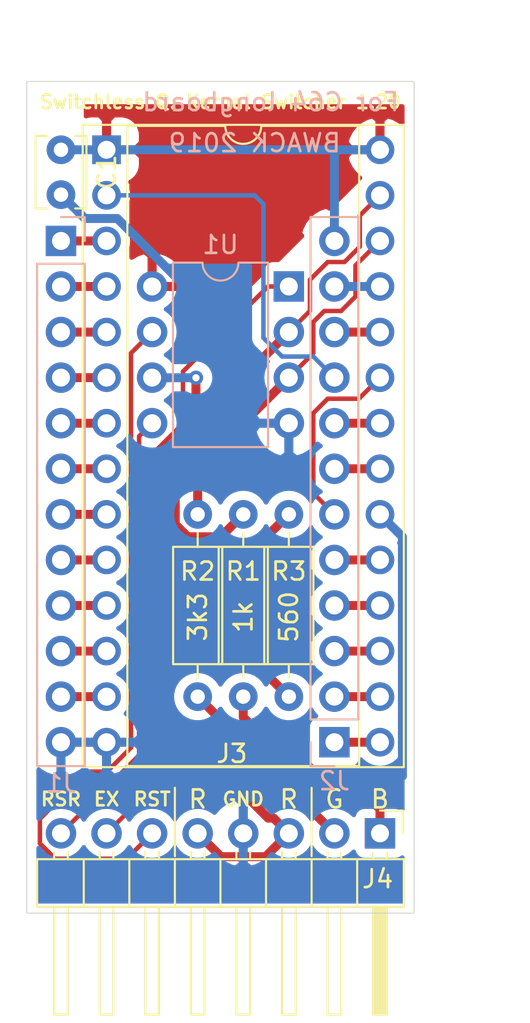
<source format=kicad_pcb>
(kicad_pcb (version 20171130) (host pcbnew "(5.1.2)-1")

  (general
    (thickness 1.6)
    (drawings 19)
    (tracks 124)
    (zones 0)
    (modules 9)
    (nets 34)
  )

  (page A4)
  (title_block
    (title "C64 Switchless Quad Kernal Switcher (SKS64)")
    (date 2019-07-13)
    (rev 1.20)
    (company Bwack)
  )

  (layers
    (0 F.Cu signal)
    (31 B.Cu signal)
    (32 B.Adhes user)
    (33 F.Adhes user)
    (34 B.Paste user)
    (35 F.Paste user)
    (36 B.SilkS user)
    (37 F.SilkS user)
    (38 B.Mask user)
    (39 F.Mask user)
    (40 Dwgs.User user)
    (41 Cmts.User user)
    (42 Eco1.User user)
    (43 Eco2.User user)
    (44 Edge.Cuts user)
    (45 Margin user)
    (46 B.CrtYd user)
    (47 F.CrtYd user)
    (48 B.Fab user)
    (49 F.Fab user)
  )

  (setup
    (last_trace_width 0.25)
    (user_trace_width 0.5)
    (user_trace_width 0.75)
    (user_trace_width 1)
    (trace_clearance 0.2)
    (zone_clearance 0.508)
    (zone_45_only no)
    (trace_min 0.2)
    (via_size 0.8)
    (via_drill 0.4)
    (via_min_size 0.4)
    (via_min_drill 0.3)
    (uvia_size 0.3)
    (uvia_drill 0.1)
    (uvias_allowed no)
    (uvia_min_size 0.2)
    (uvia_min_drill 0.1)
    (edge_width 0.05)
    (segment_width 0.2)
    (pcb_text_width 0.3)
    (pcb_text_size 1.5 1.5)
    (mod_edge_width 0.12)
    (mod_text_size 1 1)
    (mod_text_width 0.15)
    (pad_size 1.6 1.6)
    (pad_drill 1)
    (pad_to_mask_clearance 0.051)
    (solder_mask_min_width 0.25)
    (aux_axis_origin 0 0)
    (visible_elements 7FFFFFFF)
    (pcbplotparams
      (layerselection 0x010fc_ffffffff)
      (usegerberextensions false)
      (usegerberattributes false)
      (usegerberadvancedattributes false)
      (creategerberjobfile false)
      (excludeedgelayer true)
      (linewidth 0.100000)
      (plotframeref false)
      (viasonmask false)
      (mode 1)
      (useauxorigin false)
      (hpglpennumber 1)
      (hpglpenspeed 20)
      (hpglpendiameter 15.000000)
      (psnegative false)
      (psa4output false)
      (plotreference true)
      (plotvalue true)
      (plotinvisibletext false)
      (padsonsilk false)
      (subtractmaskfromsilk false)
      (outputformat 1)
      (mirror false)
      (drillshape 0)
      (scaleselection 1)
      (outputdirectory "gerber"))
  )

  (net 0 "")
  (net 1 VCC)
  (net 2 GND)
  (net 3 "Net-(J1-Pad1)")
  (net 4 "Net-(J1-Pad2)")
  (net 5 "Net-(J1-Pad3)")
  (net 6 "Net-(J1-Pad4)")
  (net 7 "Net-(J1-Pad5)")
  (net 8 "Net-(J1-Pad6)")
  (net 9 "Net-(J1-Pad7)")
  (net 10 "Net-(J1-Pad8)")
  (net 11 "Net-(J1-Pad9)")
  (net 12 "Net-(J1-Pad10)")
  (net 13 "Net-(J1-Pad11)")
  (net 14 "Net-(J2-Pad11)")
  (net 15 "Net-(J2-Pad10)")
  (net 16 "Net-(J2-Pad9)")
  (net 17 "Net-(J2-Pad8)")
  (net 18 "Net-(J2-Pad7)")
  (net 19 "Net-(J2-Pad6)")
  (net 20 "Net-(J2-Pad5)")
  (net 21 "Net-(J2-Pad4)")
  (net 22 "Net-(J2-Pad3)")
  (net 23 "Net-(J2-Pad2)")
  (net 24 "Net-(J2-Pad1)")
  (net 25 /A13)
  (net 26 /A14)
  (net 27 /~RESTORE~)
  (net 28 /~INTRST~)
  (net 29 /~EXROM~)
  (net 30 /RED)
  (net 31 /GREEN)
  (net 32 /BLUE)
  (net 33 /RED_LED)

  (net_class Default "This is the default net class."
    (clearance 0.2)
    (trace_width 0.25)
    (via_dia 0.8)
    (via_drill 0.4)
    (uvia_dia 0.3)
    (uvia_drill 0.1)
    (add_net /A13)
    (add_net /A14)
    (add_net /BLUE)
    (add_net /GREEN)
    (add_net /RED)
    (add_net /RED_LED)
    (add_net /~EXROM~)
    (add_net /~INTRST~)
    (add_net /~RESTORE~)
    (add_net GND)
    (add_net "Net-(J1-Pad1)")
    (add_net "Net-(J1-Pad10)")
    (add_net "Net-(J1-Pad11)")
    (add_net "Net-(J1-Pad2)")
    (add_net "Net-(J1-Pad3)")
    (add_net "Net-(J1-Pad4)")
    (add_net "Net-(J1-Pad5)")
    (add_net "Net-(J1-Pad6)")
    (add_net "Net-(J1-Pad7)")
    (add_net "Net-(J1-Pad8)")
    (add_net "Net-(J1-Pad9)")
    (add_net "Net-(J2-Pad1)")
    (add_net "Net-(J2-Pad10)")
    (add_net "Net-(J2-Pad11)")
    (add_net "Net-(J2-Pad2)")
    (add_net "Net-(J2-Pad3)")
    (add_net "Net-(J2-Pad4)")
    (add_net "Net-(J2-Pad5)")
    (add_net "Net-(J2-Pad6)")
    (add_net "Net-(J2-Pad7)")
    (add_net "Net-(J2-Pad8)")
    (add_net "Net-(J2-Pad9)")
    (add_net VCC)
  )

  (module Package_DIP:DIP-8_W7.62mm (layer B.Cu) (tedit 5D28F856) (tstamp 5D2A37C6)
    (at 116.84 66.04 180)
    (descr "8-lead though-hole mounted DIP package, row spacing 7.62 mm (300 mils)")
    (tags "THT DIP DIL PDIP 2.54mm 7.62mm 300mil")
    (path /5D315810)
    (fp_text reference U1 (at 3.81 2.33) (layer B.SilkS)
      (effects (font (size 1 1) (thickness 0.15)) (justify mirror))
    )
    (fp_text value ATtiny45/85-20PU (at 3.81 -9.95) (layer B.Fab)
      (effects (font (size 1 1) (thickness 0.15)) (justify mirror))
    )
    (fp_text user %R (at 3.81 -3.81) (layer B.Fab)
      (effects (font (size 1 1) (thickness 0.15)) (justify mirror))
    )
    (fp_line (start 8.7 1.55) (end -1.1 1.55) (layer B.CrtYd) (width 0.05))
    (fp_line (start 8.7 -9.15) (end 8.7 1.55) (layer B.CrtYd) (width 0.05))
    (fp_line (start -1.1 -9.15) (end 8.7 -9.15) (layer B.CrtYd) (width 0.05))
    (fp_line (start -1.1 1.55) (end -1.1 -9.15) (layer B.CrtYd) (width 0.05))
    (fp_line (start 6.46 1.33) (end 4.81 1.33) (layer B.SilkS) (width 0.12))
    (fp_line (start 6.46 -8.95) (end 6.46 1.33) (layer B.SilkS) (width 0.12))
    (fp_line (start 1.16 -8.95) (end 6.46 -8.95) (layer B.SilkS) (width 0.12))
    (fp_line (start 1.16 1.33) (end 1.16 -8.95) (layer B.SilkS) (width 0.12))
    (fp_line (start 2.81 1.33) (end 1.16 1.33) (layer B.SilkS) (width 0.12))
    (fp_line (start 0.635 0.27) (end 1.635 1.27) (layer B.Fab) (width 0.1))
    (fp_line (start 0.635 -8.89) (end 0.635 0.27) (layer B.Fab) (width 0.1))
    (fp_line (start 6.985 -8.89) (end 0.635 -8.89) (layer B.Fab) (width 0.1))
    (fp_line (start 6.985 1.27) (end 6.985 -8.89) (layer B.Fab) (width 0.1))
    (fp_line (start 1.635 1.27) (end 6.985 1.27) (layer B.Fab) (width 0.1))
    (fp_arc (start 3.81 1.33) (end 2.81 1.33) (angle 180) (layer B.SilkS) (width 0.12))
    (pad 8 thru_hole oval (at 7.62 0 180) (size 1.7 1.7) (drill 1) (layers *.Cu *.Mask)
      (net 1 VCC))
    (pad 4 thru_hole oval (at 0 -7.62 180) (size 1.7 1.7) (drill 1) (layers *.Cu *.Mask)
      (net 2 GND))
    (pad 7 thru_hole oval (at 7.62 -2.54 180) (size 1.7 1.7) (drill 1) (layers *.Cu *.Mask)
      (net 28 /~INTRST~))
    (pad 3 thru_hole oval (at 0 -5.08 180) (size 1.7 1.7) (drill 1) (layers *.Cu *.Mask)
      (net 25 /A13))
    (pad 6 thru_hole oval (at 7.62 -5.08 180) (size 1.7 1.7) (drill 1) (layers *.Cu *.Mask)
      (net 33 /RED_LED))
    (pad 2 thru_hole oval (at 0 -2.54 180) (size 1.7 1.7) (drill 1) (layers *.Cu *.Mask)
      (net 26 /A14))
    (pad 5 thru_hole oval (at 7.62 -7.62 180) (size 1.7 1.7) (drill 1) (layers *.Cu *.Mask)
      (net 27 /~RESTORE~))
    (pad 1 thru_hole rect (at 0 0 180) (size 1.7 1.7) (drill 1) (layers *.Cu *.Mask)
      (net 29 /~EXROM~))
    (model ${KISYS3DMOD}/Package_DIP.3dshapes/DIP-8_W7.62mm.wrl
      (at (xyz 0 0 0))
      (scale (xyz 1 1 1))
      (rotate (xyz 0 0 0))
    )
  )

  (module Package_DIP:DIP-28_W15.24mm_Socket (layer F.Cu) (tedit 5D29E152) (tstamp 5D283E47)
    (at 106.68 58.42)
    (descr "28-lead though-hole mounted DIP package, row spacing 15.24 mm (600 mils), Socket")
    (tags "THT DIP DIL PDIP 2.54mm 15.24mm 600mil Socket")
    (path /5D2A3953)
    (fp_text reference J3 (at 6.985 33.655) (layer F.SilkS)
      (effects (font (size 1 1) (thickness 0.15)))
    )
    (fp_text value 27C256_28PDIP (at 6.477 33.02) (layer F.Fab)
      (effects (font (size 1 1) (thickness 0.15)))
    )
    (fp_arc (start 7.62 -1.33) (end 6.62 -1.33) (angle -180) (layer F.SilkS) (width 0.12))
    (fp_line (start 1.255 -1.27) (end 14.985 -1.27) (layer F.Fab) (width 0.1))
    (fp_line (start 14.985 -1.27) (end 14.985 34.29) (layer F.Fab) (width 0.1))
    (fp_line (start 14.985 34.29) (end 0.255 34.29) (layer F.Fab) (width 0.1))
    (fp_line (start 0.255 34.29) (end 0.255 -0.27) (layer F.Fab) (width 0.1))
    (fp_line (start 0.255 -0.27) (end 1.255 -1.27) (layer F.Fab) (width 0.1))
    (fp_line (start -1.27 -1.33) (end -1.27 34.35) (layer F.Fab) (width 0.1))
    (fp_line (start -1.27 34.35) (end 16.51 34.35) (layer F.Fab) (width 0.1))
    (fp_line (start 16.51 34.35) (end 16.51 -1.33) (layer F.Fab) (width 0.1))
    (fp_line (start 16.51 -1.33) (end -1.27 -1.33) (layer F.Fab) (width 0.1))
    (fp_line (start 6.62 -1.33) (end 1.16 -1.33) (layer F.SilkS) (width 0.12))
    (fp_line (start 1.16 -1.33) (end 1.16 34.35) (layer F.SilkS) (width 0.12))
    (fp_line (start 1.16 34.35) (end 14.08 34.35) (layer F.SilkS) (width 0.12))
    (fp_line (start 14.08 34.35) (end 14.08 -1.33) (layer F.SilkS) (width 0.12))
    (fp_line (start 14.08 -1.33) (end 8.62 -1.33) (layer F.SilkS) (width 0.12))
    (fp_line (start -1.33 -1.39) (end -1.33 34.41) (layer F.SilkS) (width 0.12))
    (fp_line (start -1.33 34.41) (end 16.57 34.41) (layer F.SilkS) (width 0.12))
    (fp_line (start 16.57 34.41) (end 16.57 -1.39) (layer F.SilkS) (width 0.12))
    (fp_line (start 16.57 -1.39) (end -1.33 -1.39) (layer F.SilkS) (width 0.12))
    (fp_line (start -1.55 -1.6) (end -1.55 34.65) (layer F.CrtYd) (width 0.05))
    (fp_line (start -1.55 34.65) (end 16.8 34.65) (layer F.CrtYd) (width 0.05))
    (fp_line (start 16.8 34.65) (end 16.8 -1.6) (layer F.CrtYd) (width 0.05))
    (fp_line (start 16.8 -1.6) (end -1.55 -1.6) (layer F.CrtYd) (width 0.05))
    (fp_text user %R (at 7.62 16.51) (layer F.Fab)
      (effects (font (size 1 1) (thickness 0.15)))
    )
    (pad 1 thru_hole rect (at 0 0) (size 1.6 1.6) (drill 1) (layers *.Cu *.Mask)
      (net 1 VCC))
    (pad 15 thru_hole oval (at 15.24 33.02) (size 1.6 1.6) (drill 1) (layers *.Cu *.Mask)
      (net 24 "Net-(J2-Pad1)"))
    (pad 2 thru_hole oval (at 0 2.54) (size 1.6 1.6) (drill 1) (layers *.Cu *.Mask)
      (net 16 "Net-(J2-Pad9)"))
    (pad 16 thru_hole oval (at 15.24 30.48) (size 1.6 1.6) (drill 1) (layers *.Cu *.Mask)
      (net 23 "Net-(J2-Pad2)"))
    (pad 3 thru_hole oval (at 0 5.08) (size 1.6 1.6) (drill 1) (layers *.Cu *.Mask)
      (net 3 "Net-(J1-Pad1)"))
    (pad 17 thru_hole oval (at 15.24 27.94) (size 1.6 1.6) (drill 1) (layers *.Cu *.Mask)
      (net 22 "Net-(J2-Pad3)"))
    (pad 4 thru_hole oval (at 0 7.62) (size 1.6 1.6) (drill 1) (layers *.Cu *.Mask)
      (net 4 "Net-(J1-Pad2)"))
    (pad 18 thru_hole oval (at 15.24 25.4) (size 1.6 1.6) (drill 1) (layers *.Cu *.Mask)
      (net 21 "Net-(J2-Pad4)"))
    (pad 5 thru_hole oval (at 0 10.16) (size 1.6 1.6) (drill 1) (layers *.Cu *.Mask)
      (net 5 "Net-(J1-Pad3)"))
    (pad 19 thru_hole oval (at 15.24 22.86) (size 1.6 1.6) (drill 1) (layers *.Cu *.Mask)
      (net 20 "Net-(J2-Pad5)"))
    (pad 6 thru_hole oval (at 0 12.7) (size 1.6 1.6) (drill 1) (layers *.Cu *.Mask)
      (net 6 "Net-(J1-Pad4)"))
    (pad 20 thru_hole oval (at 15.24 20.32) (size 1.6 1.6) (drill 1) (layers *.Cu *.Mask)
      (net 2 GND))
    (pad 7 thru_hole oval (at 0 15.24) (size 1.6 1.6) (drill 1) (layers *.Cu *.Mask)
      (net 7 "Net-(J1-Pad5)"))
    (pad 21 thru_hole oval (at 15.24 17.78) (size 1.6 1.6) (drill 1) (layers *.Cu *.Mask)
      (net 18 "Net-(J2-Pad7)"))
    (pad 8 thru_hole oval (at 0 17.78) (size 1.6 1.6) (drill 1) (layers *.Cu *.Mask)
      (net 8 "Net-(J1-Pad6)"))
    (pad 22 thru_hole oval (at 15.24 15.24) (size 1.6 1.6) (drill 1) (layers *.Cu *.Mask)
      (net 17 "Net-(J2-Pad8)"))
    (pad 9 thru_hole oval (at 0 20.32) (size 1.6 1.6) (drill 1) (layers *.Cu *.Mask)
      (net 9 "Net-(J1-Pad7)"))
    (pad 23 thru_hole oval (at 15.24 12.7) (size 1.6 1.6) (drill 1) (layers *.Cu *.Mask)
      (net 19 "Net-(J2-Pad6)"))
    (pad 10 thru_hole oval (at 0 22.86) (size 1.6 1.6) (drill 1) (layers *.Cu *.Mask)
      (net 10 "Net-(J1-Pad8)"))
    (pad 24 thru_hole oval (at 15.24 10.16) (size 1.6 1.6) (drill 1) (layers *.Cu *.Mask)
      (net 15 "Net-(J2-Pad10)"))
    (pad 11 thru_hole oval (at 0 25.4) (size 1.6 1.6) (drill 1) (layers *.Cu *.Mask)
      (net 11 "Net-(J1-Pad9)"))
    (pad 25 thru_hole oval (at 15.24 7.62) (size 1.6 1.6) (drill 1) (layers *.Cu *.Mask)
      (net 14 "Net-(J2-Pad11)"))
    (pad 12 thru_hole oval (at 0 27.94) (size 1.6 1.6) (drill 1) (layers *.Cu *.Mask)
      (net 12 "Net-(J1-Pad10)"))
    (pad 26 thru_hole oval (at 15.24 5.08) (size 1.6 1.6) (drill 1) (layers *.Cu *.Mask)
      (net 25 /A13))
    (pad 13 thru_hole oval (at 0 30.48) (size 1.6 1.6) (drill 1) (layers *.Cu *.Mask)
      (net 13 "Net-(J1-Pad11)"))
    (pad 27 thru_hole oval (at 15.24 2.54) (size 1.6 1.6) (drill 1) (layers *.Cu *.Mask)
      (net 26 /A14))
    (pad 14 thru_hole oval (at 0 33.02) (size 1.6 1.6) (drill 1) (layers *.Cu *.Mask)
      (net 2 GND))
    (pad 28 thru_hole oval (at 15.24 0) (size 1.6 1.6) (drill 1) (layers *.Cu *.Mask)
      (net 1 VCC))
    (model ${KISYS3DMOD}/Package_DIP.3dshapes/DIP-28_W15.24mm_Socket.wrl
      (at (xyz 0 0 0))
      (scale (xyz 1 1 1))
      (rotate (xyz 0 0 0))
    )
  )

  (module Capacitor_THT:C_Disc_D3.8mm_W2.6mm_P2.50mm (layer F.Cu) (tedit 5AE50EF0) (tstamp 5D285186)
    (at 104.14 58.42 270)
    (descr "C, Disc series, Radial, pin pitch=2.50mm, , diameter*width=3.8*2.6mm^2, Capacitor, http://www.vishay.com/docs/45233/krseries.pdf")
    (tags "C Disc series Radial pin pitch 2.50mm  diameter 3.8mm width 2.6mm Capacitor")
    (path /5D340530)
    (fp_text reference C1 (at 1.25 -2.55 90) (layer F.SilkS)
      (effects (font (size 1 1) (thickness 0.15)))
    )
    (fp_text value C (at 1.25 2.55 90) (layer F.Fab)
      (effects (font (size 1 1) (thickness 0.15)))
    )
    (fp_line (start -0.65 -1.3) (end -0.65 1.3) (layer F.Fab) (width 0.1))
    (fp_line (start -0.65 1.3) (end 3.15 1.3) (layer F.Fab) (width 0.1))
    (fp_line (start 3.15 1.3) (end 3.15 -1.3) (layer F.Fab) (width 0.1))
    (fp_line (start 3.15 -1.3) (end -0.65 -1.3) (layer F.Fab) (width 0.1))
    (fp_line (start -0.77 -1.42) (end 3.27 -1.42) (layer F.SilkS) (width 0.12))
    (fp_line (start -0.77 1.42) (end 3.27 1.42) (layer F.SilkS) (width 0.12))
    (fp_line (start -0.77 -1.42) (end -0.77 -0.795) (layer F.SilkS) (width 0.12))
    (fp_line (start -0.77 0.795) (end -0.77 1.42) (layer F.SilkS) (width 0.12))
    (fp_line (start 3.27 -1.42) (end 3.27 -0.795) (layer F.SilkS) (width 0.12))
    (fp_line (start 3.27 0.795) (end 3.27 1.42) (layer F.SilkS) (width 0.12))
    (fp_line (start -1.05 -1.55) (end -1.05 1.55) (layer F.CrtYd) (width 0.05))
    (fp_line (start -1.05 1.55) (end 3.55 1.55) (layer F.CrtYd) (width 0.05))
    (fp_line (start 3.55 1.55) (end 3.55 -1.55) (layer F.CrtYd) (width 0.05))
    (fp_line (start 3.55 -1.55) (end -1.05 -1.55) (layer F.CrtYd) (width 0.05))
    (fp_text user %R (at 1.25 0 90) (layer F.Fab)
      (effects (font (size 0.76 0.76) (thickness 0.114)))
    )
    (pad 1 thru_hole circle (at 0 0 270) (size 1.6 1.6) (drill 0.8) (layers *.Cu *.Mask)
      (net 1 VCC))
    (pad 2 thru_hole circle (at 2.5 0 270) (size 1.6 1.6) (drill 0.8) (layers *.Cu *.Mask)
      (net 2 GND))
    (model ${KISYS3DMOD}/Capacitor_THT.3dshapes/C_Disc_D3.8mm_W2.6mm_P2.50mm.wrl
      (at (xyz 0 0 0))
      (scale (xyz 1 1 1))
      (rotate (xyz 0 0 0))
    )
  )

  (module Connector_PinHeader_2.54mm:PinHeader_1x12_P2.54mm_Vertical (layer B.Cu) (tedit 59FED5CC) (tstamp 5D286A0B)
    (at 104.14 63.5 180)
    (descr "Through hole straight pin header, 1x12, 2.54mm pitch, single row")
    (tags "Through hole pin header THT 1x12 2.54mm single row")
    (path /5D27B1FF)
    (fp_text reference J1 (at 0 -30.226) (layer B.SilkS)
      (effects (font (size 1 1) (thickness 0.15)) (justify mirror))
    )
    (fp_text value Pinlist_12pin (at 1.905 -23.495 90) (layer B.Fab)
      (effects (font (size 1 1) (thickness 0.15)) (justify mirror))
    )
    (fp_line (start -0.635 1.27) (end 1.27 1.27) (layer B.Fab) (width 0.1))
    (fp_line (start 1.27 1.27) (end 1.27 -29.21) (layer B.Fab) (width 0.1))
    (fp_line (start 1.27 -29.21) (end -1.27 -29.21) (layer B.Fab) (width 0.1))
    (fp_line (start -1.27 -29.21) (end -1.27 0.635) (layer B.Fab) (width 0.1))
    (fp_line (start -1.27 0.635) (end -0.635 1.27) (layer B.Fab) (width 0.1))
    (fp_line (start -1.33 -29.27) (end 1.33 -29.27) (layer B.SilkS) (width 0.12))
    (fp_line (start -1.33 -1.27) (end -1.33 -29.27) (layer B.SilkS) (width 0.12))
    (fp_line (start 1.33 -1.27) (end 1.33 -29.27) (layer B.SilkS) (width 0.12))
    (fp_line (start -1.33 -1.27) (end 1.33 -1.27) (layer B.SilkS) (width 0.12))
    (fp_line (start -1.33 0) (end -1.33 1.33) (layer B.SilkS) (width 0.12))
    (fp_line (start -1.33 1.33) (end 0 1.33) (layer B.SilkS) (width 0.12))
    (fp_line (start -1.8 1.8) (end -1.8 -29.75) (layer B.CrtYd) (width 0.05))
    (fp_line (start -1.8 -29.75) (end 1.8 -29.75) (layer B.CrtYd) (width 0.05))
    (fp_line (start 1.8 -29.75) (end 1.8 1.8) (layer B.CrtYd) (width 0.05))
    (fp_line (start 1.8 1.8) (end -1.8 1.8) (layer B.CrtYd) (width 0.05))
    (fp_text user %R (at 0 -13.97 270) (layer B.Fab)
      (effects (font (size 1 1) (thickness 0.15)) (justify mirror))
    )
    (pad 1 thru_hole rect (at 0 0 180) (size 1.7 1.7) (drill 1) (layers *.Cu *.Mask)
      (net 3 "Net-(J1-Pad1)"))
    (pad 2 thru_hole oval (at 0 -2.54 180) (size 1.7 1.7) (drill 1) (layers *.Cu *.Mask)
      (net 4 "Net-(J1-Pad2)"))
    (pad 3 thru_hole oval (at 0 -5.08 180) (size 1.7 1.7) (drill 1) (layers *.Cu *.Mask)
      (net 5 "Net-(J1-Pad3)"))
    (pad 4 thru_hole oval (at 0 -7.62 180) (size 1.7 1.7) (drill 1) (layers *.Cu *.Mask)
      (net 6 "Net-(J1-Pad4)"))
    (pad 5 thru_hole oval (at 0 -10.16 180) (size 1.7 1.7) (drill 1) (layers *.Cu *.Mask)
      (net 7 "Net-(J1-Pad5)"))
    (pad 6 thru_hole oval (at 0 -12.7 180) (size 1.7 1.7) (drill 1) (layers *.Cu *.Mask)
      (net 8 "Net-(J1-Pad6)"))
    (pad 7 thru_hole oval (at 0 -15.24 180) (size 1.7 1.7) (drill 1) (layers *.Cu *.Mask)
      (net 9 "Net-(J1-Pad7)"))
    (pad 8 thru_hole oval (at 0 -17.78 180) (size 1.7 1.7) (drill 1) (layers *.Cu *.Mask)
      (net 10 "Net-(J1-Pad8)"))
    (pad 9 thru_hole oval (at 0 -20.32 180) (size 1.7 1.7) (drill 1) (layers *.Cu *.Mask)
      (net 11 "Net-(J1-Pad9)"))
    (pad 10 thru_hole oval (at 0 -22.86 180) (size 1.7 1.7) (drill 1) (layers *.Cu *.Mask)
      (net 12 "Net-(J1-Pad10)"))
    (pad 11 thru_hole oval (at 0 -25.4 180) (size 1.7 1.7) (drill 1) (layers *.Cu *.Mask)
      (net 13 "Net-(J1-Pad11)"))
    (pad 12 thru_hole oval (at 0 -27.94 180) (size 1.7 1.7) (drill 1) (layers *.Cu *.Mask)
      (net 2 GND))
    (model ${KISYS3DMOD}/Connector_PinHeader_2.54mm.3dshapes/PinHeader_1x12_P2.54mm_Vertical.wrl
      (at (xyz 0 0 0))
      (scale (xyz 1 1 1))
      (rotate (xyz 0 0 0))
    )
  )

  (module Connector_PinHeader_2.54mm:PinHeader_1x12_P2.54mm_Vertical (layer B.Cu) (tedit 59FED5CC) (tstamp 5D2864FB)
    (at 119.38 91.44)
    (descr "Through hole straight pin header, 1x12, 2.54mm pitch, single row")
    (tags "Through hole pin header THT 1x12 2.54mm single row")
    (path /5D27EF52)
    (fp_text reference J2 (at 0 2.159) (layer B.SilkS)
      (effects (font (size 1 1) (thickness 0.15)) (justify mirror))
    )
    (fp_text value Pinlist_12pin (at 1.27 -24.13 90) (layer B.Fab)
      (effects (font (size 1 1) (thickness 0.15)) (justify mirror))
    )
    (fp_text user %R (at 0 -13.97 270) (layer B.Fab)
      (effects (font (size 1 1) (thickness 0.15)) (justify mirror))
    )
    (fp_line (start 1.8 1.8) (end -1.8 1.8) (layer B.CrtYd) (width 0.05))
    (fp_line (start 1.8 -29.75) (end 1.8 1.8) (layer B.CrtYd) (width 0.05))
    (fp_line (start -1.8 -29.75) (end 1.8 -29.75) (layer B.CrtYd) (width 0.05))
    (fp_line (start -1.8 1.8) (end -1.8 -29.75) (layer B.CrtYd) (width 0.05))
    (fp_line (start -1.33 1.33) (end 0 1.33) (layer B.SilkS) (width 0.12))
    (fp_line (start -1.33 0) (end -1.33 1.33) (layer B.SilkS) (width 0.12))
    (fp_line (start -1.33 -1.27) (end 1.33 -1.27) (layer B.SilkS) (width 0.12))
    (fp_line (start 1.33 -1.27) (end 1.33 -29.27) (layer B.SilkS) (width 0.12))
    (fp_line (start -1.33 -1.27) (end -1.33 -29.27) (layer B.SilkS) (width 0.12))
    (fp_line (start -1.33 -29.27) (end 1.33 -29.27) (layer B.SilkS) (width 0.12))
    (fp_line (start -1.27 0.635) (end -0.635 1.27) (layer B.Fab) (width 0.1))
    (fp_line (start -1.27 -29.21) (end -1.27 0.635) (layer B.Fab) (width 0.1))
    (fp_line (start 1.27 -29.21) (end -1.27 -29.21) (layer B.Fab) (width 0.1))
    (fp_line (start 1.27 1.27) (end 1.27 -29.21) (layer B.Fab) (width 0.1))
    (fp_line (start -0.635 1.27) (end 1.27 1.27) (layer B.Fab) (width 0.1))
    (pad 12 thru_hole oval (at 0 -27.94) (size 1.7 1.7) (drill 1) (layers *.Cu *.Mask)
      (net 1 VCC))
    (pad 11 thru_hole oval (at 0 -25.4) (size 1.7 1.7) (drill 1) (layers *.Cu *.Mask)
      (net 14 "Net-(J2-Pad11)"))
    (pad 10 thru_hole oval (at 0 -22.86) (size 1.7 1.7) (drill 1) (layers *.Cu *.Mask)
      (net 15 "Net-(J2-Pad10)"))
    (pad 9 thru_hole oval (at 0 -20.32) (size 1.7 1.7) (drill 1) (layers *.Cu *.Mask)
      (net 16 "Net-(J2-Pad9)"))
    (pad 8 thru_hole oval (at 0 -17.78) (size 1.7 1.7) (drill 1) (layers *.Cu *.Mask)
      (net 17 "Net-(J2-Pad8)"))
    (pad 7 thru_hole oval (at 0 -15.24) (size 1.7 1.7) (drill 1) (layers *.Cu *.Mask)
      (net 18 "Net-(J2-Pad7)"))
    (pad 6 thru_hole oval (at 0 -12.7) (size 1.7 1.7) (drill 1) (layers *.Cu *.Mask)
      (net 19 "Net-(J2-Pad6)"))
    (pad 5 thru_hole oval (at 0 -10.16) (size 1.7 1.7) (drill 1) (layers *.Cu *.Mask)
      (net 20 "Net-(J2-Pad5)"))
    (pad 4 thru_hole oval (at 0 -7.62) (size 1.7 1.7) (drill 1) (layers *.Cu *.Mask)
      (net 21 "Net-(J2-Pad4)"))
    (pad 3 thru_hole oval (at 0 -5.08) (size 1.7 1.7) (drill 1) (layers *.Cu *.Mask)
      (net 22 "Net-(J2-Pad3)"))
    (pad 2 thru_hole oval (at 0 -2.54) (size 1.7 1.7) (drill 1) (layers *.Cu *.Mask)
      (net 23 "Net-(J2-Pad2)"))
    (pad 1 thru_hole rect (at 0 0) (size 1.7 1.7) (drill 1) (layers *.Cu *.Mask)
      (net 24 "Net-(J2-Pad1)"))
    (model ${KISYS3DMOD}/Connector_PinHeader_2.54mm.3dshapes/PinHeader_1x12_P2.54mm_Vertical.wrl
      (at (xyz 0 0 0))
      (scale (xyz 1 1 1))
      (rotate (xyz 0 0 0))
    )
  )

  (module Connector_PinHeader_2.54mm:PinHeader_1x08_P2.54mm_Horizontal (layer F.Cu) (tedit 59FED5CB) (tstamp 5D284F85)
    (at 121.92 96.52 270)
    (descr "Through hole angled pin header, 1x08, 2.54mm pitch, 6mm pin length, single row")
    (tags "Through hole angled pin header THT 1x08 2.54mm single row")
    (path /5D2EA50E)
    (fp_text reference J4 (at 2.54 0.127 180) (layer F.SilkS)
      (effects (font (size 1 1) (thickness 0.15)))
    )
    (fp_text value Wireconnections (at 4.385 20.05 90) (layer F.Fab)
      (effects (font (size 1 1) (thickness 0.15)))
    )
    (fp_line (start 2.135 -1.27) (end 4.04 -1.27) (layer F.Fab) (width 0.1))
    (fp_line (start 4.04 -1.27) (end 4.04 19.05) (layer F.Fab) (width 0.1))
    (fp_line (start 4.04 19.05) (end 1.5 19.05) (layer F.Fab) (width 0.1))
    (fp_line (start 1.5 19.05) (end 1.5 -0.635) (layer F.Fab) (width 0.1))
    (fp_line (start 1.5 -0.635) (end 2.135 -1.27) (layer F.Fab) (width 0.1))
    (fp_line (start -0.32 -0.32) (end 1.5 -0.32) (layer F.Fab) (width 0.1))
    (fp_line (start -0.32 -0.32) (end -0.32 0.32) (layer F.Fab) (width 0.1))
    (fp_line (start -0.32 0.32) (end 1.5 0.32) (layer F.Fab) (width 0.1))
    (fp_line (start 4.04 -0.32) (end 10.04 -0.32) (layer F.Fab) (width 0.1))
    (fp_line (start 10.04 -0.32) (end 10.04 0.32) (layer F.Fab) (width 0.1))
    (fp_line (start 4.04 0.32) (end 10.04 0.32) (layer F.Fab) (width 0.1))
    (fp_line (start -0.32 2.22) (end 1.5 2.22) (layer F.Fab) (width 0.1))
    (fp_line (start -0.32 2.22) (end -0.32 2.86) (layer F.Fab) (width 0.1))
    (fp_line (start -0.32 2.86) (end 1.5 2.86) (layer F.Fab) (width 0.1))
    (fp_line (start 4.04 2.22) (end 10.04 2.22) (layer F.Fab) (width 0.1))
    (fp_line (start 10.04 2.22) (end 10.04 2.86) (layer F.Fab) (width 0.1))
    (fp_line (start 4.04 2.86) (end 10.04 2.86) (layer F.Fab) (width 0.1))
    (fp_line (start -0.32 4.76) (end 1.5 4.76) (layer F.Fab) (width 0.1))
    (fp_line (start -0.32 4.76) (end -0.32 5.4) (layer F.Fab) (width 0.1))
    (fp_line (start -0.32 5.4) (end 1.5 5.4) (layer F.Fab) (width 0.1))
    (fp_line (start 4.04 4.76) (end 10.04 4.76) (layer F.Fab) (width 0.1))
    (fp_line (start 10.04 4.76) (end 10.04 5.4) (layer F.Fab) (width 0.1))
    (fp_line (start 4.04 5.4) (end 10.04 5.4) (layer F.Fab) (width 0.1))
    (fp_line (start -0.32 7.3) (end 1.5 7.3) (layer F.Fab) (width 0.1))
    (fp_line (start -0.32 7.3) (end -0.32 7.94) (layer F.Fab) (width 0.1))
    (fp_line (start -0.32 7.94) (end 1.5 7.94) (layer F.Fab) (width 0.1))
    (fp_line (start 4.04 7.3) (end 10.04 7.3) (layer F.Fab) (width 0.1))
    (fp_line (start 10.04 7.3) (end 10.04 7.94) (layer F.Fab) (width 0.1))
    (fp_line (start 4.04 7.94) (end 10.04 7.94) (layer F.Fab) (width 0.1))
    (fp_line (start -0.32 9.84) (end 1.5 9.84) (layer F.Fab) (width 0.1))
    (fp_line (start -0.32 9.84) (end -0.32 10.48) (layer F.Fab) (width 0.1))
    (fp_line (start -0.32 10.48) (end 1.5 10.48) (layer F.Fab) (width 0.1))
    (fp_line (start 4.04 9.84) (end 10.04 9.84) (layer F.Fab) (width 0.1))
    (fp_line (start 10.04 9.84) (end 10.04 10.48) (layer F.Fab) (width 0.1))
    (fp_line (start 4.04 10.48) (end 10.04 10.48) (layer F.Fab) (width 0.1))
    (fp_line (start -0.32 12.38) (end 1.5 12.38) (layer F.Fab) (width 0.1))
    (fp_line (start -0.32 12.38) (end -0.32 13.02) (layer F.Fab) (width 0.1))
    (fp_line (start -0.32 13.02) (end 1.5 13.02) (layer F.Fab) (width 0.1))
    (fp_line (start 4.04 12.38) (end 10.04 12.38) (layer F.Fab) (width 0.1))
    (fp_line (start 10.04 12.38) (end 10.04 13.02) (layer F.Fab) (width 0.1))
    (fp_line (start 4.04 13.02) (end 10.04 13.02) (layer F.Fab) (width 0.1))
    (fp_line (start -0.32 14.92) (end 1.5 14.92) (layer F.Fab) (width 0.1))
    (fp_line (start -0.32 14.92) (end -0.32 15.56) (layer F.Fab) (width 0.1))
    (fp_line (start -0.32 15.56) (end 1.5 15.56) (layer F.Fab) (width 0.1))
    (fp_line (start 4.04 14.92) (end 10.04 14.92) (layer F.Fab) (width 0.1))
    (fp_line (start 10.04 14.92) (end 10.04 15.56) (layer F.Fab) (width 0.1))
    (fp_line (start 4.04 15.56) (end 10.04 15.56) (layer F.Fab) (width 0.1))
    (fp_line (start -0.32 17.46) (end 1.5 17.46) (layer F.Fab) (width 0.1))
    (fp_line (start -0.32 17.46) (end -0.32 18.1) (layer F.Fab) (width 0.1))
    (fp_line (start -0.32 18.1) (end 1.5 18.1) (layer F.Fab) (width 0.1))
    (fp_line (start 4.04 17.46) (end 10.04 17.46) (layer F.Fab) (width 0.1))
    (fp_line (start 10.04 17.46) (end 10.04 18.1) (layer F.Fab) (width 0.1))
    (fp_line (start 4.04 18.1) (end 10.04 18.1) (layer F.Fab) (width 0.1))
    (fp_line (start 1.44 -1.33) (end 1.44 19.11) (layer F.SilkS) (width 0.12))
    (fp_line (start 1.44 19.11) (end 4.1 19.11) (layer F.SilkS) (width 0.12))
    (fp_line (start 4.1 19.11) (end 4.1 -1.33) (layer F.SilkS) (width 0.12))
    (fp_line (start 4.1 -1.33) (end 1.44 -1.33) (layer F.SilkS) (width 0.12))
    (fp_line (start 4.1 -0.38) (end 10.1 -0.38) (layer F.SilkS) (width 0.12))
    (fp_line (start 10.1 -0.38) (end 10.1 0.38) (layer F.SilkS) (width 0.12))
    (fp_line (start 10.1 0.38) (end 4.1 0.38) (layer F.SilkS) (width 0.12))
    (fp_line (start 4.1 -0.32) (end 10.1 -0.32) (layer F.SilkS) (width 0.12))
    (fp_line (start 4.1 -0.2) (end 10.1 -0.2) (layer F.SilkS) (width 0.12))
    (fp_line (start 4.1 -0.08) (end 10.1 -0.08) (layer F.SilkS) (width 0.12))
    (fp_line (start 4.1 0.04) (end 10.1 0.04) (layer F.SilkS) (width 0.12))
    (fp_line (start 4.1 0.16) (end 10.1 0.16) (layer F.SilkS) (width 0.12))
    (fp_line (start 4.1 0.28) (end 10.1 0.28) (layer F.SilkS) (width 0.12))
    (fp_line (start 1.11 -0.38) (end 1.44 -0.38) (layer F.SilkS) (width 0.12))
    (fp_line (start 1.11 0.38) (end 1.44 0.38) (layer F.SilkS) (width 0.12))
    (fp_line (start 1.44 1.27) (end 4.1 1.27) (layer F.SilkS) (width 0.12))
    (fp_line (start 4.1 2.16) (end 10.1 2.16) (layer F.SilkS) (width 0.12))
    (fp_line (start 10.1 2.16) (end 10.1 2.92) (layer F.SilkS) (width 0.12))
    (fp_line (start 10.1 2.92) (end 4.1 2.92) (layer F.SilkS) (width 0.12))
    (fp_line (start 1.042929 2.16) (end 1.44 2.16) (layer F.SilkS) (width 0.12))
    (fp_line (start 1.042929 2.92) (end 1.44 2.92) (layer F.SilkS) (width 0.12))
    (fp_line (start 1.44 3.81) (end 4.1 3.81) (layer F.SilkS) (width 0.12))
    (fp_line (start 4.1 4.7) (end 10.1 4.7) (layer F.SilkS) (width 0.12))
    (fp_line (start 10.1 4.7) (end 10.1 5.46) (layer F.SilkS) (width 0.12))
    (fp_line (start 10.1 5.46) (end 4.1 5.46) (layer F.SilkS) (width 0.12))
    (fp_line (start 1.042929 4.7) (end 1.44 4.7) (layer F.SilkS) (width 0.12))
    (fp_line (start 1.042929 5.46) (end 1.44 5.46) (layer F.SilkS) (width 0.12))
    (fp_line (start 1.44 6.35) (end 4.1 6.35) (layer F.SilkS) (width 0.12))
    (fp_line (start 4.1 7.24) (end 10.1 7.24) (layer F.SilkS) (width 0.12))
    (fp_line (start 10.1 7.24) (end 10.1 8) (layer F.SilkS) (width 0.12))
    (fp_line (start 10.1 8) (end 4.1 8) (layer F.SilkS) (width 0.12))
    (fp_line (start 1.042929 7.24) (end 1.44 7.24) (layer F.SilkS) (width 0.12))
    (fp_line (start 1.042929 8) (end 1.44 8) (layer F.SilkS) (width 0.12))
    (fp_line (start 1.44 8.89) (end 4.1 8.89) (layer F.SilkS) (width 0.12))
    (fp_line (start 4.1 9.78) (end 10.1 9.78) (layer F.SilkS) (width 0.12))
    (fp_line (start 10.1 9.78) (end 10.1 10.54) (layer F.SilkS) (width 0.12))
    (fp_line (start 10.1 10.54) (end 4.1 10.54) (layer F.SilkS) (width 0.12))
    (fp_line (start 1.042929 9.78) (end 1.44 9.78) (layer F.SilkS) (width 0.12))
    (fp_line (start 1.042929 10.54) (end 1.44 10.54) (layer F.SilkS) (width 0.12))
    (fp_line (start 1.44 11.43) (end 4.1 11.43) (layer F.SilkS) (width 0.12))
    (fp_line (start 4.1 12.32) (end 10.1 12.32) (layer F.SilkS) (width 0.12))
    (fp_line (start 10.1 12.32) (end 10.1 13.08) (layer F.SilkS) (width 0.12))
    (fp_line (start 10.1 13.08) (end 4.1 13.08) (layer F.SilkS) (width 0.12))
    (fp_line (start 1.042929 12.32) (end 1.44 12.32) (layer F.SilkS) (width 0.12))
    (fp_line (start 1.042929 13.08) (end 1.44 13.08) (layer F.SilkS) (width 0.12))
    (fp_line (start 1.44 13.97) (end 4.1 13.97) (layer F.SilkS) (width 0.12))
    (fp_line (start 4.1 14.86) (end 10.1 14.86) (layer F.SilkS) (width 0.12))
    (fp_line (start 10.1 14.86) (end 10.1 15.62) (layer F.SilkS) (width 0.12))
    (fp_line (start 10.1 15.62) (end 4.1 15.62) (layer F.SilkS) (width 0.12))
    (fp_line (start 1.042929 14.86) (end 1.44 14.86) (layer F.SilkS) (width 0.12))
    (fp_line (start 1.042929 15.62) (end 1.44 15.62) (layer F.SilkS) (width 0.12))
    (fp_line (start 1.44 16.51) (end 4.1 16.51) (layer F.SilkS) (width 0.12))
    (fp_line (start 4.1 17.4) (end 10.1 17.4) (layer F.SilkS) (width 0.12))
    (fp_line (start 10.1 17.4) (end 10.1 18.16) (layer F.SilkS) (width 0.12))
    (fp_line (start 10.1 18.16) (end 4.1 18.16) (layer F.SilkS) (width 0.12))
    (fp_line (start 1.042929 17.4) (end 1.44 17.4) (layer F.SilkS) (width 0.12))
    (fp_line (start 1.042929 18.16) (end 1.44 18.16) (layer F.SilkS) (width 0.12))
    (fp_line (start -1.27 0) (end -1.27 -1.27) (layer F.SilkS) (width 0.12))
    (fp_line (start -1.27 -1.27) (end 0 -1.27) (layer F.SilkS) (width 0.12))
    (fp_line (start -1.8 -1.8) (end -1.8 19.55) (layer F.CrtYd) (width 0.05))
    (fp_line (start -1.8 19.55) (end 10.55 19.55) (layer F.CrtYd) (width 0.05))
    (fp_line (start 10.55 19.55) (end 10.55 -1.8) (layer F.CrtYd) (width 0.05))
    (fp_line (start 10.55 -1.8) (end -1.8 -1.8) (layer F.CrtYd) (width 0.05))
    (fp_text user %R (at 2.77 8.89) (layer F.Fab)
      (effects (font (size 1 1) (thickness 0.15)))
    )
    (pad 1 thru_hole rect (at 0 0 270) (size 1.7 1.7) (drill 1) (layers *.Cu *.Mask)
      (net 32 /BLUE))
    (pad 2 thru_hole oval (at 0 2.54 270) (size 1.7 1.7) (drill 1) (layers *.Cu *.Mask)
      (net 31 /GREEN))
    (pad 3 thru_hole oval (at 0 5.08 270) (size 1.7 1.7) (drill 1) (layers *.Cu *.Mask)
      (net 30 /RED))
    (pad 4 thru_hole oval (at 0 7.62 270) (size 1.7 1.7) (drill 1) (layers *.Cu *.Mask)
      (net 2 GND))
    (pad 5 thru_hole oval (at 0 10.16 270) (size 1.7 1.7) (drill 1) (layers *.Cu *.Mask)
      (net 30 /RED))
    (pad 6 thru_hole oval (at 0 12.7 270) (size 1.7 1.7) (drill 1) (layers *.Cu *.Mask)
      (net 28 /~INTRST~))
    (pad 7 thru_hole oval (at 0 15.24 270) (size 1.7 1.7) (drill 1) (layers *.Cu *.Mask)
      (net 29 /~EXROM~))
    (pad 8 thru_hole oval (at 0 17.78 270) (size 1.7 1.7) (drill 1) (layers *.Cu *.Mask)
      (net 27 /~RESTORE~))
    (model ${KISYS3DMOD}/Connector_PinHeader_2.54mm.3dshapes/PinHeader_1x08_P2.54mm_Horizontal.wrl
      (at (xyz 0 0 0))
      (scale (xyz 1 1 1))
      (rotate (xyz 0 0 0))
    )
  )

  (module Resistor_THT:R_Axial_DIN0207_L6.3mm_D2.5mm_P10.16mm_Horizontal (layer F.Cu) (tedit 5AE5139B) (tstamp 5D289241)
    (at 114.3 88.9 90)
    (descr "Resistor, Axial_DIN0207 series, Axial, Horizontal, pin pitch=10.16mm, 0.25W = 1/4W, length*diameter=6.3*2.5mm^2, http://cdn-reichelt.de/documents/datenblatt/B400/1_4W%23YAG.pdf")
    (tags "Resistor Axial_DIN0207 series Axial Horizontal pin pitch 10.16mm 0.25W = 1/4W length 6.3mm diameter 2.5mm")
    (path /5D2FA66C)
    (fp_text reference R1 (at 6.985 0 180) (layer F.SilkS)
      (effects (font (size 1 1) (thickness 0.15)))
    )
    (fp_text value 1k (at 4.445 0 90) (layer F.SilkS)
      (effects (font (size 1 1) (thickness 0.15)))
    )
    (fp_line (start 1.93 -1.25) (end 1.93 1.25) (layer F.Fab) (width 0.1))
    (fp_line (start 1.93 1.25) (end 8.23 1.25) (layer F.Fab) (width 0.1))
    (fp_line (start 8.23 1.25) (end 8.23 -1.25) (layer F.Fab) (width 0.1))
    (fp_line (start 8.23 -1.25) (end 1.93 -1.25) (layer F.Fab) (width 0.1))
    (fp_line (start 0 0) (end 1.93 0) (layer F.Fab) (width 0.1))
    (fp_line (start 10.16 0) (end 8.23 0) (layer F.Fab) (width 0.1))
    (fp_line (start 1.81 -1.37) (end 1.81 1.37) (layer F.SilkS) (width 0.12))
    (fp_line (start 1.81 1.37) (end 8.35 1.37) (layer F.SilkS) (width 0.12))
    (fp_line (start 8.35 1.37) (end 8.35 -1.37) (layer F.SilkS) (width 0.12))
    (fp_line (start 8.35 -1.37) (end 1.81 -1.37) (layer F.SilkS) (width 0.12))
    (fp_line (start 1.04 0) (end 1.81 0) (layer F.SilkS) (width 0.12))
    (fp_line (start 9.12 0) (end 8.35 0) (layer F.SilkS) (width 0.12))
    (fp_line (start -1.05 -1.5) (end -1.05 1.5) (layer F.CrtYd) (width 0.05))
    (fp_line (start -1.05 1.5) (end 11.21 1.5) (layer F.CrtYd) (width 0.05))
    (fp_line (start 11.21 1.5) (end 11.21 -1.5) (layer F.CrtYd) (width 0.05))
    (fp_line (start 11.21 -1.5) (end -1.05 -1.5) (layer F.CrtYd) (width 0.05))
    (fp_text user %R (at 5.08 0 90) (layer F.Fab)
      (effects (font (size 1 1) (thickness 0.15)))
    )
    (pad 1 thru_hole circle (at 0 0 90) (size 1.6 1.6) (drill 0.8) (layers *.Cu *.Mask)
      (net 32 /BLUE))
    (pad 2 thru_hole oval (at 10.16 0 90) (size 1.6 1.6) (drill 0.8) (layers *.Cu *.Mask)
      (net 26 /A14))
    (model ${KISYS3DMOD}/Resistor_THT.3dshapes/R_Axial_DIN0207_L6.3mm_D2.5mm_P10.16mm_Horizontal.wrl
      (at (xyz 0 0 0))
      (scale (xyz 1 1 1))
      (rotate (xyz 0 0 0))
    )
  )

  (module Resistor_THT:R_Axial_DIN0207_L6.3mm_D2.5mm_P10.16mm_Horizontal (layer F.Cu) (tedit 5AE5139B) (tstamp 5D28938D)
    (at 111.76 88.9 90)
    (descr "Resistor, Axial_DIN0207 series, Axial, Horizontal, pin pitch=10.16mm, 0.25W = 1/4W, length*diameter=6.3*2.5mm^2, http://cdn-reichelt.de/documents/datenblatt/B400/1_4W%23YAG.pdf")
    (tags "Resistor Axial_DIN0207 series Axial Horizontal pin pitch 10.16mm 0.25W = 1/4W length 6.3mm diameter 2.5mm")
    (path /5D2FB56E)
    (fp_text reference R2 (at 6.985 0 180) (layer F.SilkS)
      (effects (font (size 1 1) (thickness 0.15)))
    )
    (fp_text value 3k3 (at 4.445 0 90) (layer F.SilkS)
      (effects (font (size 1 1) (thickness 0.15)))
    )
    (fp_text user %R (at 5.08 0 90) (layer F.Fab)
      (effects (font (size 1 1) (thickness 0.15)))
    )
    (fp_line (start 11.21 -1.5) (end -1.05 -1.5) (layer F.CrtYd) (width 0.05))
    (fp_line (start 11.21 1.5) (end 11.21 -1.5) (layer F.CrtYd) (width 0.05))
    (fp_line (start -1.05 1.5) (end 11.21 1.5) (layer F.CrtYd) (width 0.05))
    (fp_line (start -1.05 -1.5) (end -1.05 1.5) (layer F.CrtYd) (width 0.05))
    (fp_line (start 9.12 0) (end 8.35 0) (layer F.SilkS) (width 0.12))
    (fp_line (start 1.04 0) (end 1.81 0) (layer F.SilkS) (width 0.12))
    (fp_line (start 8.35 -1.37) (end 1.81 -1.37) (layer F.SilkS) (width 0.12))
    (fp_line (start 8.35 1.37) (end 8.35 -1.37) (layer F.SilkS) (width 0.12))
    (fp_line (start 1.81 1.37) (end 8.35 1.37) (layer F.SilkS) (width 0.12))
    (fp_line (start 1.81 -1.37) (end 1.81 1.37) (layer F.SilkS) (width 0.12))
    (fp_line (start 10.16 0) (end 8.23 0) (layer F.Fab) (width 0.1))
    (fp_line (start 0 0) (end 1.93 0) (layer F.Fab) (width 0.1))
    (fp_line (start 8.23 -1.25) (end 1.93 -1.25) (layer F.Fab) (width 0.1))
    (fp_line (start 8.23 1.25) (end 8.23 -1.25) (layer F.Fab) (width 0.1))
    (fp_line (start 1.93 1.25) (end 8.23 1.25) (layer F.Fab) (width 0.1))
    (fp_line (start 1.93 -1.25) (end 1.93 1.25) (layer F.Fab) (width 0.1))
    (pad 2 thru_hole oval (at 10.16 0 90) (size 1.6 1.6) (drill 0.8) (layers *.Cu *.Mask)
      (net 25 /A13))
    (pad 1 thru_hole circle (at 0 0 90) (size 1.6 1.6) (drill 0.8) (layers *.Cu *.Mask)
      (net 31 /GREEN))
    (model ${KISYS3DMOD}/Resistor_THT.3dshapes/R_Axial_DIN0207_L6.3mm_D2.5mm_P10.16mm_Horizontal.wrl
      (at (xyz 0 0 0))
      (scale (xyz 1 1 1))
      (rotate (xyz 0 0 0))
    )
  )

  (module Resistor_THT:R_Axial_DIN0207_L6.3mm_D2.5mm_P10.16mm_Horizontal (layer F.Cu) (tedit 5AE5139B) (tstamp 5D2892E7)
    (at 116.84 88.9 90)
    (descr "Resistor, Axial_DIN0207 series, Axial, Horizontal, pin pitch=10.16mm, 0.25W = 1/4W, length*diameter=6.3*2.5mm^2, http://cdn-reichelt.de/documents/datenblatt/B400/1_4W%23YAG.pdf")
    (tags "Resistor Axial_DIN0207 series Axial Horizontal pin pitch 10.16mm 0.25W = 1/4W length 6.3mm diameter 2.5mm")
    (path /5D2FB77A)
    (fp_text reference R3 (at 6.985 0 180) (layer F.SilkS)
      (effects (font (size 1 1) (thickness 0.15)))
    )
    (fp_text value 560 (at 4.445 0 90) (layer F.SilkS)
      (effects (font (size 1 1) (thickness 0.15)))
    )
    (fp_line (start 1.93 -1.25) (end 1.93 1.25) (layer F.Fab) (width 0.1))
    (fp_line (start 1.93 1.25) (end 8.23 1.25) (layer F.Fab) (width 0.1))
    (fp_line (start 8.23 1.25) (end 8.23 -1.25) (layer F.Fab) (width 0.1))
    (fp_line (start 8.23 -1.25) (end 1.93 -1.25) (layer F.Fab) (width 0.1))
    (fp_line (start 0 0) (end 1.93 0) (layer F.Fab) (width 0.1))
    (fp_line (start 10.16 0) (end 8.23 0) (layer F.Fab) (width 0.1))
    (fp_line (start 1.81 -1.37) (end 1.81 1.37) (layer F.SilkS) (width 0.12))
    (fp_line (start 1.81 1.37) (end 8.35 1.37) (layer F.SilkS) (width 0.12))
    (fp_line (start 8.35 1.37) (end 8.35 -1.37) (layer F.SilkS) (width 0.12))
    (fp_line (start 8.35 -1.37) (end 1.81 -1.37) (layer F.SilkS) (width 0.12))
    (fp_line (start 1.04 0) (end 1.81 0) (layer F.SilkS) (width 0.12))
    (fp_line (start 9.12 0) (end 8.35 0) (layer F.SilkS) (width 0.12))
    (fp_line (start -1.05 -1.5) (end -1.05 1.5) (layer F.CrtYd) (width 0.05))
    (fp_line (start -1.05 1.5) (end 11.21 1.5) (layer F.CrtYd) (width 0.05))
    (fp_line (start 11.21 1.5) (end 11.21 -1.5) (layer F.CrtYd) (width 0.05))
    (fp_line (start 11.21 -1.5) (end -1.05 -1.5) (layer F.CrtYd) (width 0.05))
    (fp_text user %R (at 5.08 0 90) (layer F.Fab)
      (effects (font (size 1 1) (thickness 0.15)))
    )
    (pad 1 thru_hole circle (at 0 0 90) (size 1.6 1.6) (drill 0.8) (layers *.Cu *.Mask)
      (net 30 /RED))
    (pad 2 thru_hole oval (at 10.16 0 90) (size 1.6 1.6) (drill 0.8) (layers *.Cu *.Mask)
      (net 33 /RED_LED))
    (model ${KISYS3DMOD}/Resistor_THT.3dshapes/R_Axial_DIN0207_L6.3mm_D2.5mm_P10.16mm_Horizontal.wrl
      (at (xyz 0 0 0))
      (scale (xyz 1 1 1))
      (rotate (xyz 0 0 0))
    )
  )

  (dimension 46.355 (width 0.12) (layer Dwgs.User)
    (gr_text "46,355 mm" (at 128.905 77.7875 270) (layer Dwgs.User)
      (effects (font (size 1 1) (thickness 0.15)))
    )
    (feature1 (pts (xy 125.095 100.965) (xy 128.221421 100.965)))
    (feature2 (pts (xy 125.095 54.61) (xy 128.221421 54.61)))
    (crossbar (pts (xy 127.635 54.61) (xy 127.635 100.965)))
    (arrow1a (pts (xy 127.635 100.965) (xy 127.048579 99.838496)))
    (arrow1b (pts (xy 127.635 100.965) (xy 128.221421 99.838496)))
    (arrow2a (pts (xy 127.635 54.61) (xy 127.048579 55.736504)))
    (arrow2b (pts (xy 127.635 54.61) (xy 128.221421 55.736504)))
  )
  (dimension 21.59 (width 0.12) (layer Dwgs.User)
    (gr_text "21,590 mm" (at 113.03 50.8) (layer Dwgs.User)
      (effects (font (size 1 1) (thickness 0.15)))
    )
    (feature1 (pts (xy 123.825 53.975) (xy 123.825 51.483579)))
    (feature2 (pts (xy 102.235 53.975) (xy 102.235 51.483579)))
    (crossbar (pts (xy 102.235 52.07) (xy 123.825 52.07)))
    (arrow1a (pts (xy 123.825 52.07) (xy 122.698496 52.656421)))
    (arrow1b (pts (xy 123.825 52.07) (xy 122.698496 51.483579)))
    (arrow2a (pts (xy 102.235 52.07) (xy 103.361504 52.656421)))
    (arrow2b (pts (xy 102.235 52.07) (xy 103.361504 51.483579)))
  )
  (gr_text "BWACK 2019" (at 114.935 58.039) (layer B.SilkS)
    (effects (font (size 1 1) (thickness 0.15)) (justify mirror))
  )
  (gr_text "For C64 longboard" (at 115.824 55.753) (layer B.SilkS)
    (effects (font (size 1 1) (thickness 0.15)) (justify mirror))
  )
  (gr_text "Switchless Q. Kernal Switcher 1.20" (at 113.03 55.753) (layer F.SilkS)
    (effects (font (size 0.75 0.75) (thickness 0.15)))
  )
  (gr_line (start 123.825 54.61) (end 123.825 100.965) (layer Edge.Cuts) (width 0.05) (tstamp 5D2A40CE))
  (gr_line (start 118.11 93.98) (end 118.11 97.79) (layer F.SilkS) (width 0.12))
  (gr_line (start 110.49 93.98) (end 110.49 97.79) (layer F.SilkS) (width 0.12))
  (gr_text EX (at 106.68 94.615) (layer F.SilkS) (tstamp 5D2B1A42)
    (effects (font (size 0.75 0.75) (thickness 0.15)))
  )
  (gr_text RSR (at 104.14 94.615) (layer F.SilkS) (tstamp 5D285089)
    (effects (font (size 0.75 0.75) (thickness 0.15)))
  )
  (gr_text RST (at 109.22 94.615) (layer F.SilkS) (tstamp 5D28510F)
    (effects (font (size 0.75 0.75) (thickness 0.15)))
  )
  (gr_text GND (at 114.3 94.615) (layer F.SilkS)
    (effects (font (size 0.75 0.75) (thickness 0.15)))
  )
  (gr_text R (at 111.76 94.615) (layer F.SilkS)
    (effects (font (size 1 1) (thickness 0.15)))
  )
  (gr_text R (at 116.84 94.615) (layer F.SilkS)
    (effects (font (size 1 1) (thickness 0.15)))
  )
  (gr_text G (at 119.38 94.615) (layer F.SilkS)
    (effects (font (size 1 1) (thickness 0.15)))
  )
  (gr_text B (at 121.92 94.615) (layer F.SilkS)
    (effects (font (size 1 1) (thickness 0.15)))
  )
  (gr_line (start 123.825 100.965) (end 102.235 100.965) (layer Edge.Cuts) (width 0.05))
  (gr_line (start 102.235 54.61) (end 102.235 100.965) (layer Edge.Cuts) (width 0.05))
  (gr_line (start 102.235 54.61) (end 123.825 54.61) (layer Edge.Cuts) (width 0.05) (tstamp 5D285D4F))

  (segment (start 104.14 58.42) (end 106.68 58.42) (width 0.5) (layer B.Cu) (net 1))
  (segment (start 106.68 58.42) (end 109.22 58.42) (width 0.5) (layer B.Cu) (net 1))
  (segment (start 119.38 63.5) (end 119.38 58.42) (width 0.5) (layer B.Cu) (net 1))
  (segment (start 109.22 58.42) (end 119.38 58.42) (width 0.5) (layer B.Cu) (net 1))
  (segment (start 119.38 58.42) (end 121.92 58.42) (width 0.5) (layer B.Cu) (net 1))
  (segment (start 104.14 91.44) (end 106.68 91.44) (width 0.5) (layer F.Cu) (net 2))
  (segment (start 114.3 94.615) (end 114.3 96.52) (width 0.5) (layer B.Cu) (net 2))
  (segment (start 114.935 93.98) (end 114.3 94.615) (width 0.5) (layer B.Cu) (net 2))
  (segment (start 122.515002 93.98) (end 114.935 93.98) (width 0.5) (layer B.Cu) (net 2) (tstamp 5D2A4344))
  (segment (start 123.170001 93.325001) (end 122.515002 93.98) (width 0.5) (layer B.Cu) (net 2))
  (segment (start 121.92 78.74) (end 123.170001 79.990001) (width 0.5) (layer B.Cu) (net 2))
  (segment (start 123.170001 79.990001) (end 123.170001 93.325001) (width 0.5) (layer B.Cu) (net 2))
  (segment (start 105.469999 62.249999) (end 104.14 60.92) (width 0.5) (layer B.Cu) (net 2))
  (segment (start 107.280001 62.249999) (end 105.469999 62.249999) (width 0.5) (layer B.Cu) (net 2))
  (segment (start 114.3 69.269998) (end 107.280001 62.249999) (width 0.5) (layer B.Cu) (net 2))
  (segment (start 116.84 73.66) (end 114.3 73.66) (width 0.5) (layer B.Cu) (net 2))
  (segment (start 114.3 73.66) (end 114.3 69.269998) (width 0.5) (layer B.Cu) (net 2))
  (segment (start 104.14 63.5) (end 106.68 63.5) (width 0.5) (layer F.Cu) (net 3))
  (segment (start 104.14 66.04) (end 106.68 66.04) (width 0.5) (layer F.Cu) (net 4))
  (segment (start 104.14 68.58) (end 106.68 68.58) (width 0.5) (layer F.Cu) (net 5))
  (segment (start 104.14 71.12) (end 106.68 71.12) (width 0.5) (layer F.Cu) (net 6))
  (segment (start 104.14 73.66) (end 106.68 73.66) (width 0.5) (layer F.Cu) (net 7))
  (segment (start 104.14 76.2) (end 106.68 76.2) (width 0.5) (layer F.Cu) (net 8))
  (segment (start 104.14 78.74) (end 106.68 78.74) (width 0.5) (layer F.Cu) (net 9))
  (segment (start 104.14 81.28) (end 106.68 81.28) (width 0.5) (layer F.Cu) (net 10))
  (segment (start 106.68 83.82) (end 104.14 83.82) (width 0.5) (layer F.Cu) (net 11))
  (segment (start 104.14 86.36) (end 106.68 86.36) (width 0.5) (layer F.Cu) (net 12))
  (segment (start 106.68 88.9) (end 104.14 88.9) (width 0.5) (layer F.Cu) (net 13))
  (segment (start 119.38 66.04) (end 121.92 66.04) (width 0.5) (layer B.Cu) (net 14))
  (segment (start 119.38 68.58) (end 121.92 68.58) (width 0.5) (layer F.Cu) (net 15))
  (segment (start 114.935 60.96) (end 106.68 60.96) (width 0.25) (layer B.Cu) (net 16))
  (segment (start 115.425001 61.450001) (end 114.935 60.96) (width 0.25) (layer B.Cu) (net 16))
  (segment (start 115.425001 68.904003) (end 115.425001 61.450001) (width 0.25) (layer B.Cu) (net 16))
  (segment (start 116.465997 69.944999) (end 115.425001 68.904003) (width 0.25) (layer B.Cu) (net 16))
  (segment (start 118.204999 69.944999) (end 116.465997 69.944999) (width 0.25) (layer B.Cu) (net 16))
  (segment (start 119.38 71.12) (end 118.204999 69.944999) (width 0.25) (layer B.Cu) (net 16))
  (segment (start 119.38 73.66) (end 121.92 73.66) (width 0.5) (layer F.Cu) (net 17))
  (segment (start 119.38 76.2) (end 121.92 76.2) (width 0.5) (layer F.Cu) (net 18))
  (segment (start 121.120001 71.919999) (end 121.92 71.12) (width 0.25) (layer F.Cu) (net 19))
  (segment (start 120.744999 72.295001) (end 121.120001 71.919999) (width 0.25) (layer F.Cu) (net 19))
  (segment (start 119.005997 72.295001) (end 120.744999 72.295001) (width 0.25) (layer F.Cu) (net 19))
  (segment (start 118.204999 73.095999) (end 119.005997 72.295001) (width 0.25) (layer F.Cu) (net 19))
  (segment (start 118.204999 77.564999) (end 118.204999 73.095999) (width 0.25) (layer F.Cu) (net 19))
  (segment (start 119.38 78.74) (end 118.204999 77.564999) (width 0.25) (layer F.Cu) (net 19))
  (segment (start 121.92 81.28) (end 119.38 81.28) (width 0.5) (layer F.Cu) (net 20))
  (segment (start 121.92 83.82) (end 119.38 83.82) (width 0.5) (layer F.Cu) (net 21))
  (segment (start 119.38 86.36) (end 121.92 86.36) (width 0.5) (layer F.Cu) (net 22))
  (segment (start 121.92 88.9) (end 119.38 88.9) (width 0.5) (layer F.Cu) (net 23))
  (segment (start 119.38 91.44) (end 121.92 91.44) (width 0.5) (layer F.Cu) (net 24))
  (segment (start 121.120001 64.299999) (end 121.92 63.5) (width 0.25) (layer F.Cu) (net 25))
  (segment (start 120.555001 64.864999) (end 121.120001 64.299999) (width 0.25) (layer F.Cu) (net 25))
  (segment (start 120.555001 66.604001) (end 120.555001 64.864999) (width 0.25) (layer F.Cu) (net 25))
  (segment (start 119.754003 67.404999) (end 120.555001 66.604001) (width 0.25) (layer F.Cu) (net 25))
  (segment (start 118.815999 67.404999) (end 119.754003 67.404999) (width 0.25) (layer F.Cu) (net 25))
  (segment (start 118.204999 68.015999) (end 118.815999 67.404999) (width 0.25) (layer F.Cu) (net 25))
  (segment (start 118.204999 69.755001) (end 118.204999 68.015999) (width 0.25) (layer F.Cu) (net 25))
  (segment (start 116.84 71.12) (end 118.204999 69.755001) (width 0.25) (layer F.Cu) (net 25))
  (segment (start 111.76 76.2) (end 111.76 78.74) (width 0.5) (layer F.Cu) (net 25))
  (segment (start 116.84 71.12) (end 111.76 76.2) (width 0.5) (layer F.Cu) (net 25))
  (segment (start 121.120001 61.759999) (end 121.92 60.96) (width 0.25) (layer F.Cu) (net 26))
  (segment (start 120.794999 62.085001) (end 121.120001 61.759999) (width 0.25) (layer F.Cu) (net 26))
  (segment (start 120.794999 63.824003) (end 120.794999 62.085001) (width 0.25) (layer F.Cu) (net 26))
  (segment (start 119.944001 64.675001) (end 120.794999 63.824003) (width 0.25) (layer F.Cu) (net 26))
  (segment (start 119.005997 64.675001) (end 119.944001 64.675001) (width 0.25) (layer F.Cu) (net 26))
  (segment (start 118.015001 65.665997) (end 119.005997 64.675001) (width 0.25) (layer F.Cu) (net 26))
  (segment (start 118.015001 67.404999) (end 118.015001 65.665997) (width 0.25) (layer F.Cu) (net 26))
  (segment (start 116.84 68.58) (end 118.015001 67.404999) (width 0.25) (layer F.Cu) (net 26))
  (segment (start 116.84 68.58) (end 114.97564 70.44436) (width 0.5) (layer F.Cu) (net 26))
  (segment (start 114.97564 70.44436) (end 114.97564 71.585456) (width 0.5) (layer F.Cu) (net 26))
  (segment (start 114.97564 71.585456) (end 110.509999 76.051097) (width 0.5) (layer F.Cu) (net 26))
  (segment (start 110.509999 76.051097) (end 110.509999 79.294035) (width 0.5) (layer F.Cu) (net 26))
  (segment (start 110.509999 79.294035) (end 111.205965 79.990001) (width 0.5) (layer F.Cu) (net 26))
  (segment (start 113.049999 79.990001) (end 114.3 78.74) (width 0.5) (layer F.Cu) (net 26))
  (segment (start 111.205965 79.990001) (end 113.049999 79.990001) (width 0.5) (layer F.Cu) (net 26))
  (segment (start 108.495009 92.164991) (end 108.495009 74.384991) (width 0.25) (layer F.Cu) (net 27))
  (segment (start 104.14 96.52) (end 108.495009 92.164991) (width 0.25) (layer F.Cu) (net 27))
  (segment (start 108.495009 74.384991) (end 109.22 73.66) (width 0.25) (layer F.Cu) (net 27))
  (segment (start 109.22 96.52) (end 107.80776 97.93224) (width 0.25) (layer F.Cu) (net 28))
  (segment (start 103.813238 97.93224) (end 102.964999 97.084001) (width 0.25) (layer F.Cu) (net 28))
  (segment (start 107.80776 97.93224) (end 103.813238 97.93224) (width 0.25) (layer F.Cu) (net 28))
  (segment (start 109.22 96.52) (end 107.74172 97.99828) (width 0.25) (layer F.Cu) (net 28))
  (segment (start 107.74172 97.99828) (end 103.879278 97.99828) (width 0.25) (layer F.Cu) (net 28))
  (segment (start 103.879278 97.99828) (end 102.964999 97.084001) (width 0.25) (layer F.Cu) (net 28))
  (segment (start 108.044999 69.755001) (end 108.370001 69.429999) (width 0.25) (layer F.Cu) (net 28))
  (segment (start 105.59542 93.0783) (end 106.706702 93.0783) (width 0.25) (layer F.Cu) (net 28))
  (segment (start 106.706702 93.0783) (end 108.044999 91.740003) (width 0.25) (layer F.Cu) (net 28))
  (segment (start 102.964999 97.084001) (end 102.964999 95.708721) (width 0.25) (layer F.Cu) (net 28))
  (segment (start 102.964999 95.708721) (end 105.59542 93.0783) (width 0.25) (layer F.Cu) (net 28))
  (segment (start 108.044999 91.740003) (end 108.044999 69.755001) (width 0.25) (layer F.Cu) (net 28))
  (segment (start 108.370001 69.429999) (end 109.22 68.58) (width 0.25) (layer F.Cu) (net 28))
  (segment (start 115.74 66.04) (end 116.84 66.04) (width 0.25) (layer F.Cu) (net 29))
  (segment (start 110.938478 70.779618) (end 115.678096 66.04) (width 0.25) (layer F.Cu) (net 29))
  (segment (start 115.678096 66.04) (end 115.74 66.04) (width 0.25) (layer F.Cu) (net 29))
  (segment (start 110.938478 73.680524) (end 110.938478 70.779618) (width 0.25) (layer F.Cu) (net 29))
  (segment (start 108.94502 75.673982) (end 110.938478 73.680524) (width 0.25) (layer F.Cu) (net 29))
  (segment (start 108.94502 94.25498) (end 108.94502 75.673982) (width 0.25) (layer F.Cu) (net 29))
  (segment (start 106.68 96.52) (end 108.94502 94.25498) (width 0.25) (layer F.Cu) (net 29))
  (segment (start 115.990001 95.670001) (end 115.685201 95.670001) (width 0.5) (layer F.Cu) (net 30))
  (segment (start 116.84 96.52) (end 115.990001 95.670001) (width 0.5) (layer F.Cu) (net 30))
  (segment (start 115.685201 95.670001) (end 110.0836 90.0684) (width 0.5) (layer F.Cu) (net 30))
  (segment (start 110.0836 90.0684) (end 110.0836 88.3158) (width 0.5) (layer F.Cu) (net 30))
  (segment (start 110.0836 88.3158) (end 111.125 87.2744) (width 0.5) (layer F.Cu) (net 30))
  (segment (start 115.2144 87.2744) (end 116.84 88.9) (width 0.5) (layer F.Cu) (net 30))
  (segment (start 111.125 87.2744) (end 115.2144 87.2744) (width 0.5) (layer F.Cu) (net 30))
  (segment (start 112.609999 97.369999) (end 111.76 96.52) (width 0.5) (layer F.Cu) (net 30))
  (segment (start 113.060001 97.820001) (end 112.609999 97.369999) (width 0.5) (layer F.Cu) (net 30))
  (segment (start 115.539999 97.820001) (end 113.060001 97.820001) (width 0.5) (layer F.Cu) (net 30))
  (segment (start 116.84 96.52) (end 115.539999 97.820001) (width 0.5) (layer F.Cu) (net 30))
  (segment (start 119.38 96.52) (end 111.76 88.9) (width 0.5) (layer F.Cu) (net 31))
  (segment (start 121.92 95.17) (end 120.8062 94.0562) (width 0.5) (layer F.Cu) (net 32))
  (segment (start 121.92 96.52) (end 121.92 95.17) (width 0.5) (layer F.Cu) (net 32))
  (segment (start 120.8062 94.0562) (end 118.3132 94.0562) (width 0.5) (layer F.Cu) (net 32))
  (segment (start 114.3 90.043) (end 114.3 88.9) (width 0.5) (layer F.Cu) (net 32))
  (segment (start 118.3132 94.0562) (end 114.3 90.043) (width 0.5) (layer F.Cu) (net 32))
  (via (at 111.66348 71.12762) (size 0.8) (drill 0.4) (layers F.Cu B.Cu) (net 33))
  (segment (start 109.22762 71.12762) (end 109.22 71.12) (width 0.5) (layer B.Cu) (net 33))
  (segment (start 111.66348 71.12762) (end 109.22762 71.12762) (width 0.5) (layer B.Cu) (net 33))
  (segment (start 114.85626 80.72374) (end 110.94974 80.72374) (width 0.5) (layer F.Cu) (net 33))
  (segment (start 110.94974 80.72374) (end 109.809988 79.583989) (width 0.5) (layer F.Cu) (net 33))
  (segment (start 109.809988 79.583989) (end 109.809988 75.761144) (width 0.5) (layer F.Cu) (net 33))
  (segment (start 109.809988 75.761144) (end 111.66348 73.907652) (width 0.5) (layer F.Cu) (net 33))
  (segment (start 111.66348 71.693305) (end 111.66348 71.12762) (width 0.5) (layer F.Cu) (net 33))
  (segment (start 111.66348 73.907652) (end 111.66348 71.693305) (width 0.5) (layer F.Cu) (net 33))
  (segment (start 116.84 78.74) (end 114.85626 80.72374) (width 0.5) (layer F.Cu) (net 33))

  (zone (net 2) (net_name GND) (layer B.Cu) (tstamp 5D2B1ACE) (hatch edge 0.508)
    (connect_pads (clearance 0.508))
    (min_thickness 0.254)
    (fill yes (arc_segments 32) (thermal_gap 1) (thermal_bridge_width 0.508))
    (polygon
      (pts
        (xy 101.6 64.77) (xy 124.46 64.77) (xy 124.46 101.6) (xy 101.6 101.6)
      )
    )
    (filled_polygon
      (pts
        (xy 114.665001 68.866681) (xy 114.661325 68.904003) (xy 114.665001 68.941325) (xy 114.665001 68.941335) (xy 114.675998 69.052988)
        (xy 114.714927 69.181323) (xy 114.719455 69.196249) (xy 114.790027 69.328279) (xy 114.829872 69.376829) (xy 114.885 69.444004)
        (xy 114.914003 69.467807) (xy 115.661448 70.215251) (xy 115.599294 70.290986) (xy 115.461401 70.548966) (xy 115.376487 70.828889)
        (xy 115.347815 71.12) (xy 115.376487 71.411111) (xy 115.461401 71.691034) (xy 115.599294 71.949014) (xy 115.687123 72.056033)
        (xy 115.407522 72.297448) (xy 115.169226 72.603092) (xy 114.995137 72.949352) (xy 114.91124 73.225931) (xy 115.149514 73.533)
        (xy 116.713 73.533) (xy 116.713 73.513) (xy 116.967 73.513) (xy 116.967 73.533) (xy 116.987 73.533)
        (xy 116.987 73.787) (xy 116.967 73.787) (xy 116.967 75.35117) (xy 117.274069 75.588763) (xy 117.642011 75.46702)
        (xy 117.979133 75.275834) (xy 118.272478 75.022552) (xy 118.439079 74.808866) (xy 118.550986 74.900706) (xy 118.605791 74.93)
        (xy 118.550986 74.959294) (xy 118.324866 75.144866) (xy 118.139294 75.370986) (xy 118.001401 75.628966) (xy 117.916487 75.908889)
        (xy 117.887815 76.2) (xy 117.916487 76.491111) (xy 118.001401 76.771034) (xy 118.139294 77.029014) (xy 118.324866 77.255134)
        (xy 118.550986 77.440706) (xy 118.605791 77.47) (xy 118.550986 77.499294) (xy 118.324866 77.684866) (xy 118.139294 77.910986)
        (xy 118.081653 78.018825) (xy 118.038932 77.938899) (xy 117.859608 77.720392) (xy 117.641101 77.541068) (xy 117.391808 77.407818)
        (xy 117.121309 77.325764) (xy 116.910492 77.305) (xy 116.769508 77.305) (xy 116.558691 77.325764) (xy 116.288192 77.407818)
        (xy 116.038899 77.541068) (xy 115.820392 77.720392) (xy 115.641068 77.938899) (xy 115.57 78.071858) (xy 115.498932 77.938899)
        (xy 115.319608 77.720392) (xy 115.101101 77.541068) (xy 114.851808 77.407818) (xy 114.581309 77.325764) (xy 114.370492 77.305)
        (xy 114.229508 77.305) (xy 114.018691 77.325764) (xy 113.748192 77.407818) (xy 113.498899 77.541068) (xy 113.280392 77.720392)
        (xy 113.101068 77.938899) (xy 113.03 78.071858) (xy 112.958932 77.938899) (xy 112.779608 77.720392) (xy 112.561101 77.541068)
        (xy 112.311808 77.407818) (xy 112.041309 77.325764) (xy 111.830492 77.305) (xy 111.689508 77.305) (xy 111.478691 77.325764)
        (xy 111.208192 77.407818) (xy 110.958899 77.541068) (xy 110.740392 77.720392) (xy 110.561068 77.938899) (xy 110.427818 78.188192)
        (xy 110.345764 78.458691) (xy 110.318057 78.74) (xy 110.345764 79.021309) (xy 110.427818 79.291808) (xy 110.561068 79.541101)
        (xy 110.740392 79.759608) (xy 110.958899 79.938932) (xy 111.208192 80.072182) (xy 111.478691 80.154236) (xy 111.689508 80.175)
        (xy 111.830492 80.175) (xy 112.041309 80.154236) (xy 112.311808 80.072182) (xy 112.561101 79.938932) (xy 112.779608 79.759608)
        (xy 112.958932 79.541101) (xy 113.03 79.408142) (xy 113.101068 79.541101) (xy 113.280392 79.759608) (xy 113.498899 79.938932)
        (xy 113.748192 80.072182) (xy 114.018691 80.154236) (xy 114.229508 80.175) (xy 114.370492 80.175) (xy 114.581309 80.154236)
        (xy 114.851808 80.072182) (xy 115.101101 79.938932) (xy 115.319608 79.759608) (xy 115.498932 79.541101) (xy 115.57 79.408142)
        (xy 115.641068 79.541101) (xy 115.820392 79.759608) (xy 116.038899 79.938932) (xy 116.288192 80.072182) (xy 116.558691 80.154236)
        (xy 116.769508 80.175) (xy 116.910492 80.175) (xy 117.121309 80.154236) (xy 117.391808 80.072182) (xy 117.641101 79.938932)
        (xy 117.859608 79.759608) (xy 118.038932 79.541101) (xy 118.081653 79.461175) (xy 118.139294 79.569014) (xy 118.324866 79.795134)
        (xy 118.550986 79.980706) (xy 118.605791 80.01) (xy 118.550986 80.039294) (xy 118.324866 80.224866) (xy 118.139294 80.450986)
        (xy 118.001401 80.708966) (xy 117.916487 80.988889) (xy 117.887815 81.28) (xy 117.916487 81.571111) (xy 118.001401 81.851034)
        (xy 118.139294 82.109014) (xy 118.324866 82.335134) (xy 118.550986 82.520706) (xy 118.605791 82.55) (xy 118.550986 82.579294)
        (xy 118.324866 82.764866) (xy 118.139294 82.990986) (xy 118.001401 83.248966) (xy 117.916487 83.528889) (xy 117.887815 83.82)
        (xy 117.916487 84.111111) (xy 118.001401 84.391034) (xy 118.139294 84.649014) (xy 118.324866 84.875134) (xy 118.550986 85.060706)
        (xy 118.605791 85.09) (xy 118.550986 85.119294) (xy 118.324866 85.304866) (xy 118.139294 85.530986) (xy 118.001401 85.788966)
        (xy 117.916487 86.068889) (xy 117.887815 86.36) (xy 117.916487 86.651111) (xy 118.001401 86.931034) (xy 118.139294 87.189014)
        (xy 118.324866 87.415134) (xy 118.550986 87.600706) (xy 118.605791 87.63) (xy 118.550986 87.659294) (xy 118.324866 87.844866)
        (xy 118.139294 88.070986) (xy 118.08269 88.176886) (xy 117.954637 87.985241) (xy 117.754759 87.785363) (xy 117.519727 87.62832)
        (xy 117.258574 87.520147) (xy 116.981335 87.465) (xy 116.698665 87.465) (xy 116.421426 87.520147) (xy 116.160273 87.62832)
        (xy 115.925241 87.785363) (xy 115.725363 87.985241) (xy 115.57 88.217759) (xy 115.414637 87.985241) (xy 115.214759 87.785363)
        (xy 114.979727 87.62832) (xy 114.718574 87.520147) (xy 114.441335 87.465) (xy 114.158665 87.465) (xy 113.881426 87.520147)
        (xy 113.620273 87.62832) (xy 113.385241 87.785363) (xy 113.185363 87.985241) (xy 113.03 88.217759) (xy 112.874637 87.985241)
        (xy 112.674759 87.785363) (xy 112.439727 87.62832) (xy 112.178574 87.520147) (xy 111.901335 87.465) (xy 111.618665 87.465)
        (xy 111.341426 87.520147) (xy 111.080273 87.62832) (xy 110.845241 87.785363) (xy 110.645363 87.985241) (xy 110.48832 88.220273)
        (xy 110.380147 88.481426) (xy 110.325 88.758665) (xy 110.325 89.041335) (xy 110.380147 89.318574) (xy 110.48832 89.579727)
        (xy 110.645363 89.814759) (xy 110.845241 90.014637) (xy 111.080273 90.17168) (xy 111.341426 90.279853) (xy 111.618665 90.335)
        (xy 111.901335 90.335) (xy 112.178574 90.279853) (xy 112.439727 90.17168) (xy 112.674759 90.014637) (xy 112.874637 89.814759)
        (xy 113.03 89.582241) (xy 113.185363 89.814759) (xy 113.385241 90.014637) (xy 113.620273 90.17168) (xy 113.881426 90.279853)
        (xy 114.158665 90.335) (xy 114.441335 90.335) (xy 114.718574 90.279853) (xy 114.979727 90.17168) (xy 115.214759 90.014637)
        (xy 115.414637 89.814759) (xy 115.57 89.582241) (xy 115.725363 89.814759) (xy 115.925241 90.014637) (xy 116.160273 90.17168)
        (xy 116.421426 90.279853) (xy 116.698665 90.335) (xy 116.981335 90.335) (xy 117.258574 90.279853) (xy 117.519727 90.17168)
        (xy 117.754759 90.014637) (xy 117.954637 89.814759) (xy 118.08269 89.623114) (xy 118.139294 89.729014) (xy 118.324866 89.955134)
        (xy 118.354687 89.979607) (xy 118.28582 90.000498) (xy 118.175506 90.059463) (xy 118.078815 90.138815) (xy 117.999463 90.235506)
        (xy 117.940498 90.34582) (xy 117.904188 90.465518) (xy 117.891928 90.59) (xy 117.891928 92.29) (xy 117.904188 92.414482)
        (xy 117.940498 92.53418) (xy 117.999463 92.644494) (xy 118.078815 92.741185) (xy 118.175506 92.820537) (xy 118.28582 92.879502)
        (xy 118.405518 92.915812) (xy 118.53 92.928072) (xy 120.23 92.928072) (xy 120.354482 92.915812) (xy 120.47418 92.879502)
        (xy 120.584494 92.820537) (xy 120.681185 92.741185) (xy 120.760537 92.644494) (xy 120.819502 92.53418) (xy 120.855812 92.414482)
        (xy 120.856621 92.406272) (xy 120.900392 92.459608) (xy 121.118899 92.638932) (xy 121.368192 92.772182) (xy 121.638691 92.854236)
        (xy 121.849508 92.875) (xy 121.990492 92.875) (xy 122.201309 92.854236) (xy 122.471808 92.772182) (xy 122.721101 92.638932)
        (xy 122.939608 92.459608) (xy 123.118932 92.241101) (xy 123.165001 92.154912) (xy 123.165001 95.172706) (xy 123.124494 95.139463)
        (xy 123.01418 95.080498) (xy 122.894482 95.044188) (xy 122.77 95.031928) (xy 121.07 95.031928) (xy 120.945518 95.044188)
        (xy 120.82582 95.080498) (xy 120.715506 95.139463) (xy 120.618815 95.218815) (xy 120.539463 95.315506) (xy 120.480498 95.42582)
        (xy 120.459607 95.494687) (xy 120.435134 95.464866) (xy 120.209014 95.279294) (xy 119.951034 95.141401) (xy 119.671111 95.056487)
        (xy 119.45295 95.035) (xy 119.30705 95.035) (xy 119.088889 95.056487) (xy 118.808966 95.141401) (xy 118.550986 95.279294)
        (xy 118.324866 95.464866) (xy 118.139294 95.690986) (xy 118.11 95.745791) (xy 118.080706 95.690986) (xy 117.895134 95.464866)
        (xy 117.669014 95.279294) (xy 117.411034 95.141401) (xy 117.131111 95.056487) (xy 116.91295 95.035) (xy 116.76705 95.035)
        (xy 116.548889 95.056487) (xy 116.268966 95.141401) (xy 116.010986 95.279294) (xy 115.903967 95.367123) (xy 115.662552 95.087522)
        (xy 115.356908 94.849226) (xy 115.010648 94.675137) (xy 114.734069 94.59124) (xy 114.427 94.829514) (xy 114.427 96.393)
        (xy 114.447 96.393) (xy 114.447 96.647) (xy 114.427 96.647) (xy 114.427 98.210486) (xy 114.734069 98.44876)
        (xy 115.010648 98.364863) (xy 115.356908 98.190774) (xy 115.662552 97.952478) (xy 115.903967 97.672877) (xy 116.010986 97.760706)
        (xy 116.268966 97.898599) (xy 116.548889 97.983513) (xy 116.76705 98.005) (xy 116.91295 98.005) (xy 117.131111 97.983513)
        (xy 117.411034 97.898599) (xy 117.669014 97.760706) (xy 117.895134 97.575134) (xy 118.080706 97.349014) (xy 118.11 97.294209)
        (xy 118.139294 97.349014) (xy 118.324866 97.575134) (xy 118.550986 97.760706) (xy 118.808966 97.898599) (xy 119.088889 97.983513)
        (xy 119.30705 98.005) (xy 119.45295 98.005) (xy 119.671111 97.983513) (xy 119.951034 97.898599) (xy 120.209014 97.760706)
        (xy 120.435134 97.575134) (xy 120.459607 97.545313) (xy 120.480498 97.61418) (xy 120.539463 97.724494) (xy 120.618815 97.821185)
        (xy 120.715506 97.900537) (xy 120.82582 97.959502) (xy 120.945518 97.995812) (xy 121.07 98.008072) (xy 122.77 98.008072)
        (xy 122.894482 97.995812) (xy 123.01418 97.959502) (xy 123.124494 97.900537) (xy 123.165001 97.867294) (xy 123.165001 100.305)
        (xy 102.895 100.305) (xy 102.895 97.34098) (xy 102.899294 97.349014) (xy 103.084866 97.575134) (xy 103.310986 97.760706)
        (xy 103.568966 97.898599) (xy 103.848889 97.983513) (xy 104.06705 98.005) (xy 104.21295 98.005) (xy 104.431111 97.983513)
        (xy 104.711034 97.898599) (xy 104.969014 97.760706) (xy 105.195134 97.575134) (xy 105.380706 97.349014) (xy 105.41 97.294209)
        (xy 105.439294 97.349014) (xy 105.624866 97.575134) (xy 105.850986 97.760706) (xy 106.108966 97.898599) (xy 106.388889 97.983513)
        (xy 106.60705 98.005) (xy 106.75295 98.005) (xy 106.971111 97.983513) (xy 107.251034 97.898599) (xy 107.509014 97.760706)
        (xy 107.735134 97.575134) (xy 107.920706 97.349014) (xy 107.95 97.294209) (xy 107.979294 97.349014) (xy 108.164866 97.575134)
        (xy 108.390986 97.760706) (xy 108.648966 97.898599) (xy 108.928889 97.983513) (xy 109.14705 98.005) (xy 109.29295 98.005)
        (xy 109.511111 97.983513) (xy 109.791034 97.898599) (xy 110.049014 97.760706) (xy 110.275134 97.575134) (xy 110.460706 97.349014)
        (xy 110.49 97.294209) (xy 110.519294 97.349014) (xy 110.704866 97.575134) (xy 110.930986 97.760706) (xy 111.188966 97.898599)
        (xy 111.468889 97.983513) (xy 111.68705 98.005) (xy 111.83295 98.005) (xy 112.051111 97.983513) (xy 112.331034 97.898599)
        (xy 112.589014 97.760706) (xy 112.696033 97.672877) (xy 112.937448 97.952478) (xy 113.243092 98.190774) (xy 113.589352 98.364863)
        (xy 113.865931 98.44876) (xy 114.173 98.210486) (xy 114.173 96.647) (xy 114.153 96.647) (xy 114.153 96.393)
        (xy 114.173 96.393) (xy 114.173 94.829514) (xy 113.865931 94.59124) (xy 113.589352 94.675137) (xy 113.243092 94.849226)
        (xy 112.937448 95.087522) (xy 112.696033 95.367123) (xy 112.589014 95.279294) (xy 112.331034 95.141401) (xy 112.051111 95.056487)
        (xy 111.83295 95.035) (xy 111.68705 95.035) (xy 111.468889 95.056487) (xy 111.188966 95.141401) (xy 110.930986 95.279294)
        (xy 110.704866 95.464866) (xy 110.519294 95.690986) (xy 110.49 95.745791) (xy 110.460706 95.690986) (xy 110.275134 95.464866)
        (xy 110.049014 95.279294) (xy 109.791034 95.141401) (xy 109.511111 95.056487) (xy 109.29295 95.035) (xy 109.14705 95.035)
        (xy 108.928889 95.056487) (xy 108.648966 95.141401) (xy 108.390986 95.279294) (xy 108.164866 95.464866) (xy 107.979294 95.690986)
        (xy 107.95 95.745791) (xy 107.920706 95.690986) (xy 107.735134 95.464866) (xy 107.509014 95.279294) (xy 107.251034 95.141401)
        (xy 106.971111 95.056487) (xy 106.75295 95.035) (xy 106.60705 95.035) (xy 106.388889 95.056487) (xy 106.108966 95.141401)
        (xy 105.850986 95.279294) (xy 105.624866 95.464866) (xy 105.439294 95.690986) (xy 105.41 95.745791) (xy 105.380706 95.690986)
        (xy 105.195134 95.464866) (xy 104.969014 95.279294) (xy 104.711034 95.141401) (xy 104.431111 95.056487) (xy 104.21295 95.035)
        (xy 104.06705 95.035) (xy 103.848889 95.056487) (xy 103.568966 95.141401) (xy 103.310986 95.279294) (xy 103.084866 95.464866)
        (xy 102.899294 95.690986) (xy 102.895 95.69902) (xy 102.895 92.964426) (xy 103.000867 93.055834) (xy 103.337989 93.24702)
        (xy 103.705931 93.368763) (xy 104.013 93.13117) (xy 104.013 91.567) (xy 104.267 91.567) (xy 104.267 93.13117)
        (xy 104.574069 93.368763) (xy 104.942011 93.24702) (xy 105.279133 93.055834) (xy 105.448031 92.910003) (xy 105.567047 93.013112)
        (xy 105.895331 93.200011) (xy 106.253769 93.319274) (xy 106.553 93.081064) (xy 106.553 91.567) (xy 106.807 91.567)
        (xy 106.807 93.081064) (xy 107.106231 93.319274) (xy 107.464669 93.200011) (xy 107.792953 93.013112) (xy 108.078467 92.765759)
        (xy 108.310239 92.467458) (xy 108.479362 92.129672) (xy 108.55927 91.86623) (xy 108.320341 91.567) (xy 106.807 91.567)
        (xy 106.553 91.567) (xy 104.267 91.567) (xy 104.013 91.567) (xy 103.993 91.567) (xy 103.993 91.313)
        (xy 104.013 91.313) (xy 104.013 91.293) (xy 104.267 91.293) (xy 104.267 91.313) (xy 106.553 91.313)
        (xy 106.553 91.293) (xy 106.807 91.293) (xy 106.807 91.313) (xy 108.320341 91.313) (xy 108.55927 91.01377)
        (xy 108.479362 90.750328) (xy 108.310239 90.412542) (xy 108.078467 90.114241) (xy 107.792953 89.866888) (xy 107.758821 89.847456)
        (xy 107.878932 89.701101) (xy 108.012182 89.451808) (xy 108.094236 89.181309) (xy 108.121943 88.9) (xy 108.094236 88.618691)
        (xy 108.012182 88.348192) (xy 107.878932 88.098899) (xy 107.699608 87.880392) (xy 107.481101 87.701068) (xy 107.348142 87.63)
        (xy 107.481101 87.558932) (xy 107.699608 87.379608) (xy 107.878932 87.161101) (xy 108.012182 86.911808) (xy 108.094236 86.641309)
        (xy 108.121943 86.36) (xy 108.094236 86.078691) (xy 108.012182 85.808192) (xy 107.878932 85.558899) (xy 107.699608 85.340392)
        (xy 107.481101 85.161068) (xy 107.348142 85.09) (xy 107.481101 85.018932) (xy 107.699608 84.839608) (xy 107.878932 84.621101)
        (xy 108.012182 84.371808) (xy 108.094236 84.101309) (xy 108.121943 83.82) (xy 108.094236 83.538691) (xy 108.012182 83.268192)
        (xy 107.878932 83.018899) (xy 107.699608 82.800392) (xy 107.481101 82.621068) (xy 107.348142 82.55) (xy 107.481101 82.478932)
        (xy 107.699608 82.299608) (xy 107.878932 82.081101) (xy 108.012182 81.831808) (xy 108.094236 81.561309) (xy 108.121943 81.28)
        (xy 108.094236 80.998691) (xy 108.012182 80.728192) (xy 107.878932 80.478899) (xy 107.699608 80.260392) (xy 107.481101 80.081068)
        (xy 107.348142 80.01) (xy 107.481101 79.938932) (xy 107.699608 79.759608) (xy 107.878932 79.541101) (xy 108.012182 79.291808)
        (xy 108.094236 79.021309) (xy 108.121943 78.74) (xy 108.094236 78.458691) (xy 108.012182 78.188192) (xy 107.878932 77.938899)
        (xy 107.699608 77.720392) (xy 107.481101 77.541068) (xy 107.348142 77.47) (xy 107.481101 77.398932) (xy 107.699608 77.219608)
        (xy 107.878932 77.001101) (xy 108.012182 76.751808) (xy 108.094236 76.481309) (xy 108.121943 76.2) (xy 108.094236 75.918691)
        (xy 108.012182 75.648192) (xy 107.878932 75.398899) (xy 107.699608 75.180392) (xy 107.481101 75.001068) (xy 107.348142 74.93)
        (xy 107.481101 74.858932) (xy 107.699608 74.679608) (xy 107.878932 74.461101) (xy 107.921653 74.381175) (xy 107.979294 74.489014)
        (xy 108.164866 74.715134) (xy 108.390986 74.900706) (xy 108.648966 75.038599) (xy 108.928889 75.123513) (xy 109.14705 75.145)
        (xy 109.29295 75.145) (xy 109.511111 75.123513) (xy 109.791034 75.038599) (xy 110.049014 74.900706) (xy 110.275134 74.715134)
        (xy 110.460706 74.489014) (xy 110.598599 74.231034) (xy 110.640147 74.094069) (xy 114.91124 74.094069) (xy 114.995137 74.370648)
        (xy 115.169226 74.716908) (xy 115.407522 75.022552) (xy 115.700867 75.275834) (xy 116.037989 75.46702) (xy 116.405931 75.588763)
        (xy 116.713 75.35117) (xy 116.713 73.787) (xy 115.149514 73.787) (xy 114.91124 74.094069) (xy 110.640147 74.094069)
        (xy 110.683513 73.951111) (xy 110.712185 73.66) (xy 110.683513 73.368889) (xy 110.598599 73.088966) (xy 110.460706 72.830986)
        (xy 110.275134 72.604866) (xy 110.049014 72.419294) (xy 109.994209 72.39) (xy 110.049014 72.360706) (xy 110.275134 72.175134)
        (xy 110.408506 72.01262) (xy 111.125026 72.01262) (xy 111.173224 72.044825) (xy 111.361582 72.122846) (xy 111.561541 72.16262)
        (xy 111.765419 72.16262) (xy 111.965378 72.122846) (xy 112.153736 72.044825) (xy 112.323254 71.931557) (xy 112.467417 71.787394)
        (xy 112.580685 71.617876) (xy 112.658706 71.429518) (xy 112.69848 71.229559) (xy 112.69848 71.025681) (xy 112.658706 70.825722)
        (xy 112.580685 70.637364) (xy 112.467417 70.467846) (xy 112.323254 70.323683) (xy 112.153736 70.210415) (xy 111.965378 70.132394)
        (xy 111.765419 70.09262) (xy 111.561541 70.09262) (xy 111.361582 70.132394) (xy 111.173224 70.210415) (xy 111.125026 70.24262)
        (xy 110.421013 70.24262) (xy 110.275134 70.064866) (xy 110.049014 69.879294) (xy 109.994209 69.85) (xy 110.049014 69.820706)
        (xy 110.275134 69.635134) (xy 110.460706 69.409014) (xy 110.598599 69.151034) (xy 110.683513 68.871111) (xy 110.712185 68.58)
        (xy 110.683513 68.288889) (xy 110.598599 68.008966) (xy 110.460706 67.750986) (xy 110.275134 67.524866) (xy 110.049014 67.339294)
        (xy 109.994209 67.31) (xy 110.049014 67.280706) (xy 110.275134 67.095134) (xy 110.460706 66.869014) (xy 110.598599 66.611034)
        (xy 110.683513 66.331111) (xy 110.712185 66.04) (xy 110.683513 65.748889) (xy 110.598599 65.468966) (xy 110.460706 65.210986)
        (xy 110.275134 64.984866) (xy 110.168069 64.897) (xy 114.665002 64.897)
      )
    )
    (filled_polygon
      (pts
        (xy 123.165001 80.565087) (xy 123.118932 80.478899) (xy 122.998821 80.332544) (xy 123.032953 80.313112) (xy 123.165001 80.198714)
      )
    )
    (filled_polygon
      (pts
        (xy 122.047 78.613) (xy 122.067 78.613) (xy 122.067 78.867) (xy 122.047 78.867) (xy 122.047 78.887)
        (xy 121.793 78.887) (xy 121.793 78.867) (xy 121.773 78.867) (xy 121.773 78.613) (xy 121.793 78.613)
        (xy 121.793 78.593) (xy 122.047 78.593)
      )
    )
  )
  (zone (net 1) (net_name VCC) (layer F.Cu) (tstamp 5D2B1ACB) (hatch edge 0.508)
    (connect_pads (clearance 0.508))
    (min_thickness 0.254)
    (fill yes (arc_segments 32) (thermal_gap 1) (thermal_bridge_width 0.508))
    (polygon
      (pts
        (xy 105.41 55.88) (xy 124.46 55.88) (xy 124.46 59.69) (xy 121.285 59.69) (xy 113.665 67.31)
        (xy 107.95 67.31) (xy 107.95 60.325) (xy 105.41 60.325)
      )
    )
    (filled_polygon
      (pts
        (xy 123.165 56.961286) (xy 123.032953 56.846888) (xy 122.704669 56.659989) (xy 122.346231 56.540726) (xy 122.047 56.778936)
        (xy 122.047 58.293) (xy 122.067 58.293) (xy 122.067 58.547) (xy 122.047 58.547) (xy 122.047 58.567)
        (xy 121.793 58.567) (xy 121.793 58.547) (xy 120.279659 58.547) (xy 120.04073 58.84623) (xy 120.120638 59.109672)
        (xy 120.289761 59.447458) (xy 120.521533 59.745759) (xy 120.804494 59.9909) (xy 119.272394 61.523) (xy 119.252998 61.523)
        (xy 119.252998 61.542396) (xy 119.102789 61.692605) (xy 118.945931 61.571237) (xy 118.577989 61.69298) (xy 118.240867 61.884166)
        (xy 117.947522 62.137448) (xy 117.709226 62.443092) (xy 117.535137 62.789352) (xy 117.45124 63.065931) (xy 117.572803 63.222591)
        (xy 117.422396 63.372998) (xy 117.403 63.372998) (xy 117.403 63.392394) (xy 116.243466 64.551928) (xy 115.99 64.551928)
        (xy 115.865518 64.564188) (xy 115.74582 64.600498) (xy 115.635506 64.659463) (xy 115.538815 64.738815) (xy 115.459463 64.835506)
        (xy 115.400498 64.94582) (xy 115.364188 65.065518) (xy 115.351928 65.19) (xy 115.351928 65.352585) (xy 115.253819 65.405026)
        (xy 115.217295 65.435001) (xy 115.138095 65.499999) (xy 115.114297 65.528997) (xy 113.460294 67.183) (xy 110.823652 67.183)
        (xy 110.890774 67.096908) (xy 111.064863 66.750648) (xy 111.14876 66.474069) (xy 110.910486 66.167) (xy 109.347 66.167)
        (xy 109.347 66.187) (xy 109.093 66.187) (xy 109.093 66.167) (xy 109.073 66.167) (xy 109.073 65.913)
        (xy 109.093 65.913) (xy 109.093 64.34883) (xy 109.347 64.34883) (xy 109.347 65.913) (xy 110.910486 65.913)
        (xy 111.14876 65.605931) (xy 111.064863 65.329352) (xy 110.890774 64.983092) (xy 110.652478 64.677448) (xy 110.359133 64.424166)
        (xy 110.022011 64.23298) (xy 109.654069 64.111237) (xy 109.347 64.34883) (xy 109.093 64.34883) (xy 108.785931 64.111237)
        (xy 108.417989 64.23298) (xy 108.080867 64.424166) (xy 108.077 64.427505) (xy 108.077 63.838129) (xy 108.094236 63.781309)
        (xy 108.121943 63.5) (xy 108.094236 63.218691) (xy 108.077 63.161871) (xy 108.077 61.298129) (xy 108.094236 61.241309)
        (xy 108.121943 60.96) (xy 108.094236 60.678691) (xy 108.077 60.621871) (xy 108.077 60.325) (xy 108.07456 60.300224)
        (xy 108.067333 60.276399) (xy 108.055597 60.254443) (xy 108.039803 60.235197) (xy 108.020557 60.219403) (xy 108.010786 60.21418)
        (xy 108.109157 60.1616) (xy 108.280765 60.020765) (xy 108.4216 59.849157) (xy 108.52625 59.653371) (xy 108.590693 59.440931)
        (xy 108.612453 59.22) (xy 108.607 58.82875) (xy 108.32525 58.547) (xy 106.807 58.547) (xy 106.807 58.567)
        (xy 106.553 58.567) (xy 106.553 58.547) (xy 106.533 58.547) (xy 106.533 58.293) (xy 106.553 58.293)
        (xy 106.553 56.77475) (xy 106.807 56.77475) (xy 106.807 58.293) (xy 108.32525 58.293) (xy 108.607 58.01125)
        (xy 108.607243 57.99377) (xy 120.04073 57.99377) (xy 120.279659 58.293) (xy 121.793 58.293) (xy 121.793 56.778936)
        (xy 121.493769 56.540726) (xy 121.135331 56.659989) (xy 120.807047 56.846888) (xy 120.521533 57.094241) (xy 120.289761 57.392542)
        (xy 120.120638 57.730328) (xy 120.04073 57.99377) (xy 108.607243 57.99377) (xy 108.612453 57.62) (xy 108.590693 57.399069)
        (xy 108.52625 57.186629) (xy 108.4216 56.990843) (xy 108.280765 56.819235) (xy 108.109157 56.6784) (xy 107.913371 56.57375)
        (xy 107.700931 56.509307) (xy 107.48 56.487547) (xy 107.08875 56.493) (xy 106.807 56.77475) (xy 106.553 56.77475)
        (xy 106.27125 56.493) (xy 105.88 56.487547) (xy 105.659069 56.509307) (xy 105.537 56.546336) (xy 105.537 56.007)
        (xy 123.165 56.007)
      )
    )
  )
)

</source>
